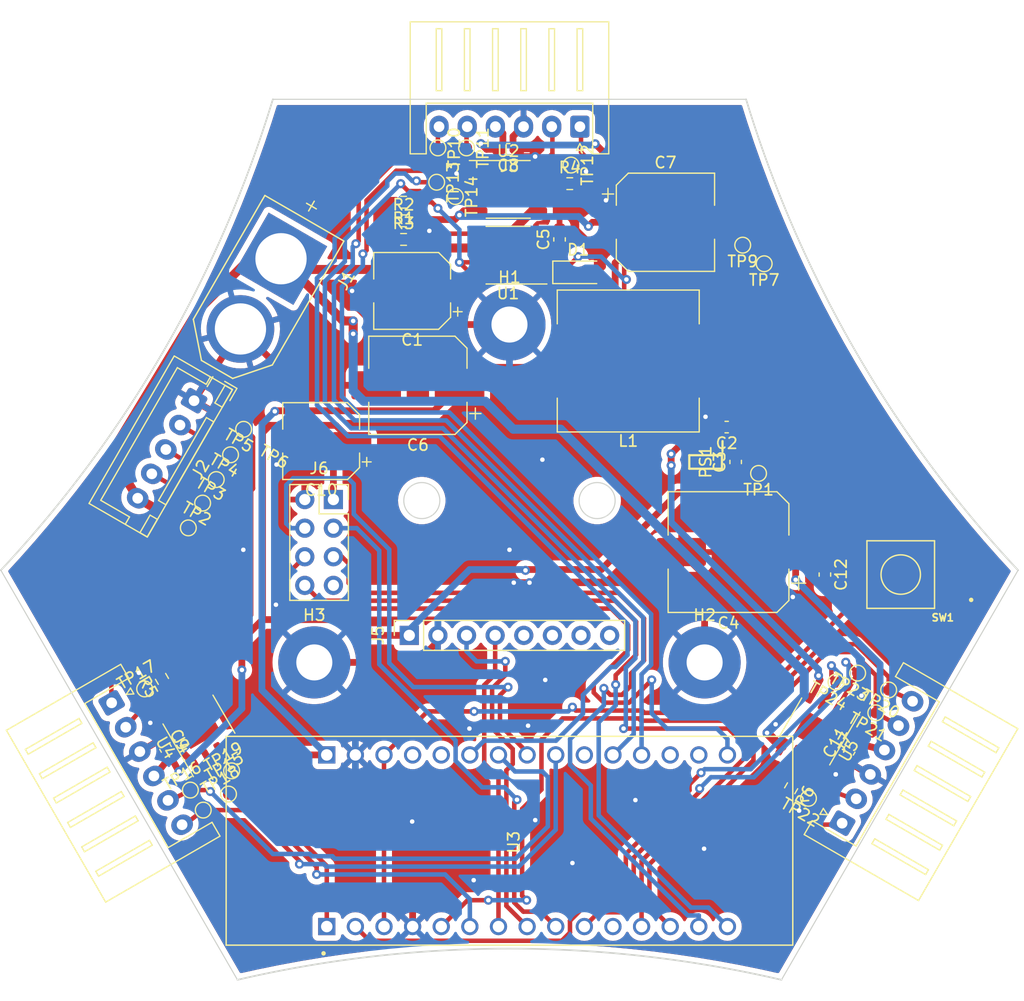
<source format=kicad_pcb>
(kicad_pcb (version 20211014) (generator pcbnew)
  (layers (0 "F.Cu" signal) (31 "B.Cu" signal) (34 "B.Paste" user) (35 "F.Paste" user) (36 "B.SilkS" user "B.Silkscreen") (37 "F.SilkS" user "F.Silkscreen") (38 "B.Mask" user) (39 "F.Mask" user) (44 "Edge.Cuts" user))
  (net 0 "")
  (net 1 "V_BAT")
  (net 2 "GND")
  (net 3 "+5V")
  (net 4 "+3.3V")
  (net 5 "Net-(C5-Pad1)")
  (net 6 "Net-(J3-Pad1)")
  (net 7 "NRST")
  (net 8 "Net-(D1-Pad1)")
  (net 9 "V_CELL_1_2")
  (net 10 "V_CELL_2_3")
  (net 11 "V_CELL_3_4")
  (net 12 "Net-(J3-Pad2)")
  (net 13 "Net-(U4-Pad6)")
  (net 14 "MotorA_EncA")
  (net 15 "MotorA_EncB")
  (net 16 "Net-(U4-Pad8)")
  (net 17 "Net-(J7-Pad1)")
  (net 18 "MotorB_EncA")
  (net 19 "MotorB_EncB")
  (net 20 "I2C_SCL")
  (net 21 "I2C_SDA")
  (net 26 "SPI_CE")
  (net 27 "SPI_CSN")
  (net 28 "SPI_CLK")
  (net 29 "SPI_MOSI")
  (net 30 "SPI_MISO")
  (net 32 "Net-(J7-Pad2)")
  (net 33 "MotorC_EncA")
  (net 34 "MotorC_EncB")
  (net 36 "Net-(R1-Pad1)")
  (net 37 "Net-(R2-Pad1)")
  (net 38 "Net-(R4-Pad1)")
  (net 39 "Net-(R5-Pad1)")
  (net 40 "Net-(R6-Pad1)")
  (net 41 "MotorA_IN2")
  (net 42 "MotorA_IN1")
  (net 43 "MotorB_IN2")
  (net 44 "MotorB_IN1")
  (net 45 "MotorC_IN2")
  (net 46 "MotorC_IN1")
  (footprint "Connector_JST:JST_XH_S6B-XH-A_1x06_P2.50mm_Horizontal" (layer "F.Cu") (at 91.694 115.189 -60)
    (fp_text reference "J4")
    (fp_text value "Conn_01x06")
  )
  (footprint "Capacitor_SMD:C_0603_1608Metric_Pad1.08x0.95mm_HandSolder" (layer "F.Cu") (at 147.0755 93.8022 90)
    (fp_text reference "C3")
    (fp_text value "1u")
  )
  (footprint "Capacitor_SMD:CP_Elec_8x10.5" (layer "F.Cu") (at 140.843 72.517)
    (fp_text reference "C7")
    (fp_text value "220u")
  )
  (footprint "Capacitor_SMD:C_0603_1608Metric_Pad1.08x0.95mm_HandSolder" (layer "F.Cu") (at 131.445 74.041 90)
    (fp_text reference "C5")
    (fp_text value "470p")
  )
  (footprint "TestPoint:TestPoint_Pad_D1.0mm" (layer "F.Cu") (at 160.655 114.046 150)
    (fp_text reference "TP20")
    (fp_text value "CEncB")
  )
  (footprint "Custom:SW_SMD_2-1437565-8_4_4.50_6.00_6.00_5.00" (layer "F.Cu") (at 161.7252 103.7992 180)
    (fp_text reference "SW1")
    (fp_text value "SW_Push")
  )
  (footprint "Package_SO:SOIC-8_3.9x4.9mm_P1.27mm" (layer "F.Cu") (at 126.873 75.438 180)
    (fp_text reference "U1")
    (fp_text value "MC34063AD")
  )
  (footprint "Resistor_SMD:R_0603_1608Metric_Pad0.98x0.95mm_HandSolder" (layer "F.Cu") (at 132.351 69.088)
    (fp_text reference "R4")
    (fp_text value "0.25")
  )
  (footprint "TestPoint:TestPoint_Pad_D1.0mm" (layer "F.Cu") (at 123.19 65.913 -90)
    (fp_text reference "TP11")
    (fp_text value "AEncA")
  )
  (footprint "TestPoint:TestPoint_Pad_D1.0mm" (layer "F.Cu") (at 132.461 67.437 -90)
    (fp_text reference "TP12")
    (fp_text value "RsA")
  )
  (footprint "TestPoint:TestPoint_Pad_D1.0mm" (layer "F.Cu") (at 99.822 124.714 30)
    (fp_text reference "TP15")
    (fp_text value "BEncB")
  )
  (footprint "Custom:AMASS_XT60-M" (layer "F.Cu") (at 104.924 78.873509 -120)
    (fp_text reference "J1")
    (fp_text value "XT60-M")
  )
  (footprint "Inductor_SMD:L_12x12mm_H6mm" (layer "F.Cu") (at 137.541 84.836 180)
    (fp_text reference "L1")
    (fp_text value "100u")
  )
  (footprint "TestPoint:TestPoint_Pad_D1.0mm" (layer "F.Cu") (at 94.62078 113.952135 30)
    (fp_text reference "TP17")
    (fp_text value "RsB")
  )
  (footprint "Capacitor_SMD:C_0603_1608Metric_Pad1.08x0.95mm_HandSolder" (layer "F.Cu") (at 154.9942 103.7992 -90)
    (fp_text reference "C12")
    (fp_text value "100n")
  )
  (footprint "Connector_JST:JST_XH_S6B-XH-A_1x06_P2.50mm_Horizontal" (layer "F.Cu") (at 133.25 64.029 180)
    (fp_text reference "J3")
    (fp_text value "Conn_01x06")
  )
  (footprint "TestPoint:TestPoint_Pad_D1.0mm" (layer "F.Cu") (at 157.902926 112.547238 150)
    (fp_text reference "TP23")
    (fp_text value "C2")
  )
  (footprint "Capacitor_SMD:C_0603_1608Metric_Pad1.08x0.95mm_HandSolder" (layer "F.Cu") (at 96.471398 119.1895 -60)
    (fp_text reference "C9")
    (fp_text value "100n")
  )
  (footprint "Resistor_SMD:R_0603_1608Metric_Pad0.98x0.95mm_HandSolder" (layer "F.Cu") (at 117.602 74.041)
    (fp_text reference "R3")
    (fp_text value "1.2k")
  )
  (footprint "MountingHole:MountingHole_3.2mm_M3_Pad" (layer "F.Cu") (at 109.67949 111.6)
    (fp_text reference "H3")
    (fp_text value "MountingHole_Pad")
  )
  (footprint "TestPoint:TestPoint_Pad_D1.0mm" (layer "F.Cu") (at 98.679 122.936 30)
    (fp_text reference "TP16")
    (fp_text value "BEncA")
  )
  (footprint "Capacitor_SMD:CP_Elec_10x10.5" (layer "F.Cu") (at 146.4405 101.8032 180)
    (fp_text reference "C4")
    (fp_text value "470u")
  )
  (footprint "Resistor_SMD:R_0603_1608Metric_Pad0.98x0.95mm_HandSolder" (layer "F.Cu") (at 151.997426 122.775864 -120)
    (fp_text reference "R6")
    (fp_text value "0.25")
  )
  (footprint "Capacitor_SMD:C_0603_1608Metric_Pad1.08x0.95mm_HandSolder" (layer "F.Cu") (at 146.2786 90.7034 180)
    (fp_text reference "C2")
    (fp_text value "1u")
  )
  (footprint "TestPoint:TestPoint_Pad_D1.0mm" (layer "F.Cu") (at 120.54 68.961 -90)
    (fp_text reference "TP13")
    (fp_text value "A2")
  )
  (footprint "Capacitor_SMD:C_0603_1608Metric_Pad1.08x0.95mm_HandSolder" (layer "F.Cu") (at 126.89 66.04 180)
    (fp_text reference "C8")
    (fp_text value "100n")
  )
  (footprint "TestPoint:TestPoint_Pad_D1.0mm" (layer "F.Cu") (at 149.606 76.2 180)
    (fp_text reference "TP7")
    (fp_text value "BUCK_OUT")
  )
  (footprint "Custom:MODULE_NUCLEO-G431KB" (layer "F.Cu") (at 127 127.4345 90)
    (fp_text reference "U3")
    (fp_text value "NUCLEO-G431KB")
  )
  (footprint "TestPoint:TestPoint_Pad_D1.0mm" (layer "F.Cu") (at 122.191 70.231 -90)
    (fp_text reference "TP14")
    (fp_text value "A1")
  )
  (footprint "Connector_PinSocket_2.54mm:PinSocket_2x04_P2.54mm_Vertical" (layer "F.Cu") (at 111.3736 97.1396)
    (fp_text reference "J6")
    (fp_text value "Conn_02x04_Odd_Even")
  )
  (footprint "TestPoint:TestPoint_Pad_D1.0mm" (layer "F.Cu") (at 159.512 116.078 150)
    (fp_text reference "TP21")
    (fp_text value "CEncA")
  )
  (footprint "MountingHole:MountingHole_3.2mm_M3_Pad" (layer "F.Cu") (at 144.32051 111.6)
    (fp_text reference "H2")
    (fp_text value "MountingHole_Pad")
  )
  (footprint "TestPoint:TestPoint_Pad_D1.0mm" (layer "F.Cu") (at 100.975439 95.364618 -30)
    (fp_text reference "TP4")
    (fp_text value "V_CELL_2_3")
  )
  (footprint "Resistor_SMD:R_0603_1608Metric_Pad0.98x0.95mm_HandSolder" (layer "F.Cu") (at 117.602 72.39)
    (fp_text reference "R2")
    (fp_text value "3.6k")
  )
  (footprint "TestPoint:TestPoint_Pad_D1.0mm" (layer "F.Cu") (at 103.405454 90.901709 -30)
    (fp_text reference "TP6")
    (fp_text value "GND_BAT")
  )
  (footprint "TestPoint:TestPoint_Pad_D1.0mm" (layer "F.Cu") (at 149.1075 94.8182 180)
    (fp_text reference "TP1")
    (fp_text value "+3.3V")
  )
  (footprint "Connector_JST:JST_XH_S6B-XH-A_1x06_P2.50mm_Horizontal" (layer "F.Cu") (at 156.524 125.875191 60)
    (fp_text reference "J7")
    (fp_text value "Conn_01x06")
  )
  (footprint "TestPoint:TestPoint_Pad_D1.0mm" (layer "F.Cu") (at 102.066073 123.291761 30)
    (fp_text reference "TP18")
    (fp_text value "B2")
  )
  (footprint "MountingHole:MountingHole_3.2mm_M3_Pad" (layer "F.Cu") (at 127 81.6)
    (fp_text reference "H1")
    (fp_text value "MountingHole_Pad")
  )
  (footprint "Package_SO:HSOP-8-1EP_3.9x4.9mm_P1.27mm_EP2.41x3.1mm" (layer "F.Cu") (at 154.178 117.729 -120)
    (fp_text reference "U5")
    (fp_text value "TB67H451FNG,EL")
  )
  (footprint "Package_SO:HSOP-8-1EP_3.9x4.9mm_P1.27mm_EP2.41x3.1mm" (layer "F.Cu") (at 126.89 69.596)
    (fp_text reference "U2")
    (fp_text value "TB67H451FNG,EL")
  )
  (footprint "TestPoint:TestPoint_Pad_D1.0mm" (layer "F.Cu") (at 98.498939 99.654042 -30)
    (fp_text reference "TP2")
    (fp_text value "V_BAT")
  )
  (footprint "Package_SO:HSOP-8-1EP_3.9x4.9mm_P1.27mm_EP2.41x3.1mm" (layer "F.Cu") (at 99.441 117.475 120)
    (fp_text reference "U4")
    (fp_text value "TB67H451FNG,EL")
  )
  (footprint "TestPoint:TestPoint_Pad_D1.0mm" (layer "F.Cu") (at 155.977573 113.342046 150)
    (fp_text reference "TP24")
    (fp_text value "C1")
  )
  (footprint "Connector_JST:JST_XH_B5B-XH-A_1x05_P2.50mm_Vertical" (layer "F.Cu") (at 99.006044 88.361709 -120)
    (fp_text reference "J2")
    (fp_text value "Conn_01x05_Male")
  )
  (footprint "Diode_SMD:D_SOD-123" (layer "F.Cu") (at 133.096 76.962)
    (fp_text reference "D1")
    (fp_text value "STPS0520Z")
  )
  (footprint "Capacitor_SMD:CP_Elec_8x10.5" (layer "F.Cu") (at 118.872 86.995 180)
    (fp_text reference "C6")
    (fp_text value "220u")
  )
  (footprint "TestPoint:TestPoint_Pad_D1.0mm" (layer "F.Cu") (at 147.701 74.549 180)
    (fp_text reference "TP9")
    (fp_text value "+5V")
  )
  (footprint "TestPoint:TestPoint_Pad_D1.0mm" (layer "F.Cu") (at 102.340426 121.226953 30)
    (fp_text reference "TP19")
    (fp_text value "B1")
  )
  (footprint "Capacitor_SMD:CP_Elec_6.3x7.7" (layer "F.Cu") (at 110.2868 91.948 180)
    (fp_text reference "C10")
    (fp_text value "100u")
  )
  (footprint "Capacitor_SMD:C_0603_1608Metric_Pad1.08x0.95mm_HandSolder" (layer "F.Cu") (at 157.147601 119.4435 60)
    (fp_text reference "C11")
    (fp_text value "100n")
  )
  (footprint "Resistor_SMD:R_0603_1608Metric_Pad0.98x0.95mm_HandSolder" (layer "F.Cu") (at 96.160573 113.063135 120)
    (fp_text reference "R5")
    (fp_text value "0.25")
  )
  (footprint "TestPoint:TestPoint_Pad_D1.0mm" (layer "F.Cu") (at 102.245439 93.164914 -30)
    (fp_text reference "TP5")
    (fp_text value "V_CELL_1_2")
  )
  (footprint "Custom:SOT95P280X125-5N" (layer "F.Cu") (at 144.4085 93.8022 -90)
    (fp_text reference "PS1")
    (fp_text value "BU33SD5WG-TR")
  )
  (footprint "Capacitor_SMD:CP_Elec_6.3x7.7" (layer "F.Cu") (at 118.364 78.613 180)
    (fp_text reference "C1")
    (fp_text value "100u")
  )
  (footprint "Resistor_SMD:R_0603_1608Metric_Pad0.98x0.95mm_HandSolder" (layer "F.Cu") (at 117.602 70.739 180)
    (fp_text reference "R1")
    (fp_text value "0.3")
  )
  (footprint "TestPoint:TestPoint_Pad_D1.0mm" (layer "F.Cu") (at 120.65 65.913 -90)
    (fp_text reference "TP10")
    (fp_text value "AEncB")
  )
  (footprint "TestPoint:TestPoint_Pad_D1.0mm" (layer "F.Cu") (at 99.768939 97.454337 -30)
    (fp_text reference "TP3")
    (fp_text value "V_CELL_3_4")
  )
  (footprint "TestPoint:TestPoint_Pad_D1.0mm" (layer "F.Cu") (at 153.537219 123.664864 150)
    (fp_text reference "TP22")
    (fp_text value "RsC")
  )
  (footprint "Connector_PinSocket_2.54mm:PinSocket_1x08_P2.54mm_Vertical" (layer "F.Cu") (at 118.11 109.2 90)
    (fp_text reference "J5")
    (fp_text value "Conn_01x08_Female")
  )
  (gr_line (start 151.141 139.7865) (end 172.141 103.4134) (layer "Edge.Cuts") (width 0.1))
  (gr_line (start 106 61.6) (end 148 61.6) (layer "Edge.Cuts") (width 0.1))
  (gr_circle (center 134.78 97.23) (end 136.38 97.23) (layer "Edge.Cuts") (width 0.1) (fill none))
  (gr_arc (start 172.141 103.4134) (mid 157.669999 83.892631) (end 148 61.6) (layer "Edge.Cuts") (width 0.15))
  (gr_arc (start 106 61.6) (mid 96.330001 83.892631) (end 81.859 103.4134) (layer "Edge.Cuts") (width 0.15))
  (gr_line (start 102.859 139.7865) (end 81.859 103.4134) (layer "Edge.Cuts") (width 0.1))
  (gr_circle (center 119.22 97.23) (end 120.82 97.23) (layer "Edge.Cuts") (width 0.1) (fill none))
  (gr_arc (start 102.85905 139.786553) (mid 127.000032 137.014683) (end 151.141017 139.786534) (layer "Edge.Cuts") (width 0.15))
  (segment (start 103.949182 75.755818) (end 106.724 75.755818) (width 0.8) (layer "F.Cu") (net 1))
  (segment (start 98.12399 100.02899) (end 98.498939 99.654042) (width 0.8) (layer "F.Cu") (net 1))
  (segment (start 113.13 82.423) (end 113.13 81.2805) (width 0.8) (layer "F.Cu") (net 1))
  (segment (start 94.006044 97.021963) (end 92.075 93.853) (width 0.8) (layer "F.Cu") (net 1))
  (segment (start 124.398 74.803) (end 125.73 74.803) (width 0.8) (layer "F.Cu") (net 1))
  (segment (start 119.146007 76.708) (end 119.126 76.708) (width 0.8) (layer "F.Cu") (net 1))
  (segment (start 92.075 92.329) (end 99.314 80.391) (width 0.8) (layer "F.Cu") (net 1))
  (segment (start 119.126 76.708) (end 115.189 76.708) (width 0.8) (layer "F.Cu") (net 1))
  (segment (start 106.724 75.755818) (end 112.248182 81.28) (width 0.8) (layer "F.Cu") (net 1))
  (segment (start 99.765778 114.227533) (end 97.917 111.125) (width 0.8) (layer "F.Cu") (net 1))
  (segment (start 121.051007 74.803) (end 119.146007 76.708) (width 0.8) (layer "F.Cu") (net 1))
  (segment (start 97.917 111.125) (end 97.917 100.23598) (width 0.8) (layer "F.Cu") (net 1))
  (segment (start 97.917 100.23598) (end 98.12399 100.02899) (width 0.8) (layer "F.Cu") (net 1))
  (segment (start 115.316 71.808753) (end 115.316 76.581) (width 0.8) (layer "F.Cu") (net 1))
  (segment (start 151.075467 119.071467) (end 149.86 117.856) (width 0.8) (layer "F.Cu") (net 1))
  (segment (start 115.316 76.581) (end 115.189 76.708) (width 0.8) (layer "F.Cu") (net 1))
  (segment (start 99.314 80.391) (end 103.949182 75.755818) (width 0.8) (layer "F.Cu") (net 1))
  (segment (start 113.13 81.2805) (end 113.1295 81.28) (width 0.8) (layer "F.Cu") (net 1))
  (segment (start 125.73 74.803) (end 129.032 71.501) (width 0.8) (layer "F.Cu") (net 1))
  (segment (start 121.064 78.613) (end 121.031 78.613) (width 0.8) (layer "F.Cu") (net 1))
  (segment (start 124.398 74.803) (end 121.051007 74.803) (width 0.8) (layer "F.Cu") (net 1))
  (segment (start 116.385753 70.739) (end 115.316 71.808753) (width 0.8) (layer "F.Cu") (net 1))
  (segment (start 121.031 78.613) (end 119.126 76.708) (width 0.8) (layer "F.Cu") (net 1))
  (segment (start 112.248182 81.28) (end 113.1295 81.28) (width 0.8) (layer "F.Cu") (net 1))
  (segment (start 129.032 71.501) (end 129.54 71.501) (width 0.8) (layer "F.Cu") (net 1))
  (segment (start 94.006044 97.021963) (end 98.498939 99.654042) (width 0.8) (layer "F.Cu") (net 1))
  (segment (start 92.075 93.853) (end 92.075 92.329) (width 0.8) (layer "F.Cu") (net 1))
  (segment (start 151.203222 119.071467) (end 151.075467 119.071467) (width 0.8) (layer "F.Cu") (net 1))
  (segment (start 116.6895 70.739) (end 116.385753 70.739) (width 0.8) (layer "F.Cu") (net 1))
  (segment (start 115.189 76.708) (end 107.676182 76.708) (width 0.8) (layer "F.Cu") (net 1))
  (segment (start 107.676182 76.708) (end 106.724 75.755818) (width 0.8) (layer "F.Cu") (net 1))
  (via (at 150.622 117.094) (size 0.8) (drill 0.4) (layers "F.Cu" "B.Cu") (net 1))
  (via (at 149.86 117.856) (size 0.8) (drill 0.4) (layers "F.Cu" "B.Cu") (net 1))
  (via (at 113.13 82.423) (size 0.8) (drill 0.4) (layers "F.Cu" "B.Cu") (net 1))
  (via (at 113.1295 81.28) (size 0.8) (drill 0.4) (layers "F.Cu" "B.Cu") (net 1))
  (segment (start 150.622 117.094) (end 153.162 114.554) (width 0.8) (layer "B.Cu") (net 1))
  (segment (start 124.857 88.408) (end 114.062 88.408) (width 0.8) (layer "B.Cu") (net 1))
  (segment (start 114.062 88.408) (end 113.13 87.476) (width 0.8) (layer "B.Cu") (net 1))
  (segment (start 127.338 90.889) (end 124.857 88.408) (width 0.8) (layer "B.Cu") (net 1))
  (segment (start 149.86 117.856) (end 150.622 117.094) (width 0.8) (layer "B.Cu") (net 1))
  (segment (start 113.13 87.476) (end 113.13 82.423) (width 0.8) (layer "B.Cu") (net 1))
  (segment (start 131.529 90.889) (end 127.338 90.889) (width 0.8) (layer "B.Cu") (net 1))
  (segment (start 153.162 112.522) (end 131.529 90.889) (width 0.8) (layer "B.Cu") (net 1))
  (segment (start 153.162 114.554) (end 153.162 112.522) (width 0.8) (layer "B.Cu") (net 1))
  (segment (start 166.2752 101.5492) (end 157.1752 101.5492) (width 0.6) (layer "F.Cu") (net 2))
  (segment (start 142.24 72.517) (end 144.543 72.517) (width 0.6) (layer "F.Cu") (net 2))
  (segment (start 129.276707 66.682207) (end 127.886707 66.682207) (width 0.6) (layer "F.Cu") (net 2))
  (segment (start 156.716351 120.778649) (end 155.956 121.539) (width 0.6) (layer "F.Cu") (net 2))
  (segment (start 144.8562 90.7034) (end 145.4161 90.7034) (width 0.6) (layer "F.Cu") (net 2))
  (segment (start 144.4085 91.1511) (end 144.8562 90.7034) (width 0.6) (layer "F.Cu") (net 2))
  (segment (start 120.65 109.703) (end 120.65 109.728) (width 0.6) (layer "F.Cu") (net 2))
  (segment (start 148.2786 91.7366) (end 148.2786 90.118996) (width 0.6) (layer "F.Cu") (net 2))
  (segment (start 132.890418 73.1785) (end 131.445 73.1785) (width 0.6) (layer "F.Cu") (net 2))
  (segment (start 128.778 104.521) (end 139.5227 104.521) (width 0.6) (layer "F.Cu") (net 2))
  (segment (start 132.890418 72.214582) (end 134.438 70.667) (width 0.6) (layer "F.Cu") (net 2))
  (segment (start 135.255 75.543082) (end 132.890418 73.1785) (width 0.6) (layer "F.Cu") (net 2))
  (segment (start 144.399 91.1416) (end 144.4085 91.1511) (width 0.6) (layer "F.Cu") (net 2))
  (segment (start 111.379 109.90049) (end 109.67949 111.6) (width 0.6) (layer "F.Cu") (net 2))
  (segment (start 103.378 101.6) (end 103.378 96.901) (width 0.6) (layer "F.Cu") (net 2))
  (segment (start 115.172 86.995) (end 108.1278 86.995) (width 0.6) (layer "F.Cu") (net 2))
  (segment (start 115.172 81.766866) (end 115.172 86.995) (width 0.6) (layer "F.Cu") (net 2))
  (segment (start 152.73249 105.71251) (end 144.32051 105.71251) (width 0.6) (layer "F.Cu") (net 2))
  (segment (start 124.24 67.691) (end 122.7985 67.691) (width 0.6) (layer "F.Cu") (net 2))
  (segment (start 158.9786 121.605105) (end 156.716351 120.190447) (width 0.6) (layer "F.Cu") (net 2))
  (segment (start 129.348 73.533) (end 129.921 73.533) (width 0.6) (layer "F.Cu") (net 2))
  (segment (start 147.0755 92.9397) (end 148.2786 91.7366) (width 0.6) (layer "F.Cu") (net 2))
  (segment (start 108.1278 86.995) (end 103.124 81.9912) (width 0.6) (layer "F.Cu") (net 2))
  (segment (start 151.541176 123.597395) (end 152.70713 124.763349) (width 0.6) (layer "F.Cu") (net 2))
  (segment (start 120.567 81.6) (end 127 81.6) (width 0.6) (layer "F.Cu") (net 2))
  (segment (start 133.2635 69.088) (end 133.2635 68.5395) (width 0.6) (layer "F.Cu") (net 2))
  (segment (start 103.378 96.901) (end 104.14 96.139) (width 0.6) (layer "F.Cu") (net 2))
  (segment (start 118.5145 74.041) (end 119.126 74.041) (width 0.6) (layer "F.Cu") (net 2))
  (segment (start 127.886707 66.682207) (end 127.3158 66.1113) (width 0.6) (layer "F.Cu") (net 2))
  (segment (start 119.126 74.041) (end 119.888 73.279) (width 0.6) (layer "F.Cu") (net 2))
  (segment (start 147.694604 89.535) (end 145.796 89.535) (width 0.6) (layer "F.Cu") (net 2))
  (segment (start 154.6193 102.9367) (end 153.543 104.013) (width 0.6) (layer "F.Cu") (net 2))
  (segment (start 118.778 111.6) (end 109.67949 111.6) (width 0.6) (layer "F.Cu") (net 2))
  (segment (start 139.5227 104.521) (end 142.2405 101.8032) (width 0.6) (layer "F.Cu") (net 2))
  (segment (start 94.107 112.522) (end 95.45521 112.522) (width 0.6) (layer "F.Cu") (net 2))
  (segment (start 129.921 73.533) (end 130.2755 73.1785) (width 0.6) (layer "F.Cu") (net 2))
  (segment (start 128.778 104.521) (end 127.381 104.521) (width 0.6) (layer "F.Cu") (net 2))
  (segment (start 154.9942 102.9367) (end 155.7877 102.9367) (width 0.6) (layer "F.Cu") (net 2))
  (segment (start 103.124 81.9912) (end 103.124 84.243753) (width 0.6) (layer "F.Cu") (net 2))
  (segment (start 98.044 119.634) (end 97.409 118.618) (width 0.6) (layer "F.Cu") (net 2))
  (segment (start 140.39 70.667) (end 142.24 72.517) (width 0.6) (layer "F.Cu") (net 2))
  (segment (start 122.7985 67.691) (end 122.301 68.1885) (width 0.6) (layer "F.Cu") (net 2))
  (segment (start 134.746 76.962) (end 135.255 76.453) (width 0.6) (layer "F.Cu") (net 2))
  (segment (start 99.006044 88.361709) (end 103.124 81.9912) (width 0.6) (layer "F.Cu") (net 2))
  (segment (start 113.585134 80.18) (end 115.172 81.766866) (width 0.6) (layer "F.Cu") (net 2))
  (segment (start 142.2405 101.8032) (end 144.32051 103.88321) (width 0.6) (layer "F.Cu") (net 2))
  (segment (start 96.040148 117.884148) (end 95.123 116.967) (width 0.6) (layer "F.Cu") (net 2))
  (segment (start 115.172 86.995) (end 120.567 81.6) (width 0.6) (layer "F.Cu") (net 2))
  (segment (start 144.32051 105.71251) (end 144.32051 111.6) (width 0.6) (layer "F.Cu") (net 2))
  (segment (start 145.796 89.535) (end 145.4161 89.9149) (width 0.6) (layer "F.Cu") (net 2))
  (segment (start 113.03 79.629) (end 113.581 80.18) (width 0.6) (layer "F.Cu") (net 2))
  (segment (start 128.27 63.938) (end 128.27 63.1698) (width 0.6) (layer "F.Cu") (net 2))
  (segment (start 144.32051 103.88321) (end 144.32051 105.71251) (width 0.6) (layer "F.Cu") (net 2))
  (segment (start 130.2755 73.1785) (end 131.445 73.1785) (width 0.6) (layer "F.Cu") (net 2))
  (segment (start 96.040148 118.442553) (end 96.040148 117.884148) (width 0.6) (layer "F.Cu") (net 2))
  (segment (start 115.664 78.613) (end 113.03 78.613) (width 0.6) (layer "F.Cu") (net 2))
  (segment (start 132.890418 73.1785) (end 132.890418 72.214582) (width 0.6) (layer "F.Cu") (net 2))
  (segment (start 135.255 76.453) (end 135.255 75.543082) (width 0.6) (layer "F.Cu") (net 2))
  (segment (start 153.543 104.902) (end 152.73249 105.71251) (width 0.6) (layer "F.Cu") (net 2))
  (segment (start 103.405454 90.901709) (end 99.006044 88.361709) (width 0.6) (layer "F.Cu") (net 2))
  (segment (start 156.716351 120.190447) (end 156.716351 120.778649) (width 0.6) (layer "F.Cu") (net 2))
  (segment (start 99.116222 120.722467) (end 98.044 119.634) (width 0.6) (layer "F.Cu") (net 2))
  (segment (start 154.9942 102.9367) (end 154.6193 102.9367) (width 0.6) (layer "F.Cu") (net 2))
  (segment (start 144.4085 92.4022) (end 144.4085 91.1511) (width 0.6) (layer "F.Cu") (net 2))
  (segment (start 153.543 104.013) (end 153.543 104.902) (width 0.6) (layer "F.Cu") (net 2))
  (segment (start 133.2635 68.5395) (end 133.793457 68.009543) (width 0.6) (layer "F.Cu") (net 2))
  (segment (start 148.2786 90.118996) (end 147.694604 89.535) (width 0.6) (layer "F.Cu") (net 2))
  (segment (start 144.399 89.789) (end 144.399 91.1416) (width 0.6) (layer "F.Cu") (net 2))
  (segment (start 96.040148 118.442553) (end 94.2086 119.537286) (width 0.6) (layer "F.Cu") (net 2))
  (segment (start 151.541176 123.566112) (end 151.541176 123.597395) (width 0.6) (layer "F.Cu") (net 2))
  (segment (start 118.405 135.0545) (end 118.405 125.771) (width 0.6) (layer "F.Cu") (net 2))
  (segment (start 155.7877 102.9367) (end 157.1752 101.5492) (width 0.6) (layer "F.Cu") (net 2))
  (segment (start 127.3158 64.8922) (end 128.27 63.938) (width 0.6) (layer "F.Cu") (net 2))
  (segment (start 127.3158 66.1113) (end 127.3158 64.8922) (width 0.6) (layer "F.Cu") (net 2))
  (segment (start 157.152778 116.386533) (end 158.242 114.554) (width 0.6) (layer "F.Cu") (net 2))
  (segment (start 97.409 118.618) (end 96.040148 118.442553) (width 0.6) (layer "F.Cu") (net 2))
  (segment (start 104.14 96.139) (end 104.14 91.636255) (width 0.6) (layer "F.Cu") (net 2))
  (segment (start 113.03 78.613) (end 113.03 79.629) (width 0.6) (layer "F.Cu") (net 2))
  (segment (start 108.8336 93.1948) (end 107.5868 91.948) (width 0.6) (layer "F.Cu") (net 2))
  (segment (start 108.8336 97.1396) (end 108.8336 93.1948) (width 0.6) (layer "F.Cu") (net 2))
  (segment (start 113.581 80.18) (end 113.585134 80.18) (width 0.6) (layer "F.Cu") (net 2))
  (segment (start 134.438 70.667) (end 140.39 70.667) (width 0.6) (layer "F.Cu") (net 2))
  (segment (start 118.405 125.771) (end 118.364 125.73) (width 0.6) (layer "F.Cu") (net 2))
  (segment (start 104.14 91.636255) (end 103.405454 90.901709) (width 0.6) (layer "F.Cu") (net 2))
  (segment (start 95.45521 112.522) (end 95.704323 112.272887) (width 0.6) (layer "F.Cu") (net 2))
  (segment (start 145.4161 89.9149) (end 145.4161 90.7034) (width 0.6) (layer "F.Cu") (net 2))
  (segment (start 120.65 109.728) (end 118.778 111.6) (width 0.6) (layer "F.Cu") (net 2))
  (via (at 130.175 113.157) (size 0.8) (drill 0.4) (layers "F.Cu" "B.Cu") (net 2))
  (via (at 127.381 104.521) (size 0.8) (drill 0.4) (layers "F.Cu" "B.Cu") (net 2))
  (via (at 127 101.6) (size 0.8) (drill 0.4) (layers "F.Cu" "B.Cu") (net 2))
  (via (at 138.176 123.825) (size 0.8) (drill 0.4) (layers "F.Cu" "B.Cu") (net 2))
  (via (at 158.242 114.554) (size 0.8) (drill 0.4) (layers "F.Cu" "B.Cu") (net 2))
  (via (at 144.399 89.789) (size 0.8) (drill 0.4) (layers "F.Cu" "B.Cu") (net 2))
  (via (at 135.564 70.5675) (size 0.8) (drill 0.4) (layers "F.Cu" "B.Cu") (net 2))
  (via (at 128.778 104.521) (size 0.8) (drill 0.4) (layers "F.Cu" "B.Cu") (net 2))
  (via (at 155.956 121.539) (size 0.8) (drill 0.4) (layers "F.Cu" "B.Cu") (net 2))
  (via (at 129.921 93.599) (size 0.8) (drill 0.4) (layers "F.Cu" "B.Cu") (net 2))
  (via (at 122.301 68.1885) (size 0.8) (drill 0.4) (layers "F.Cu" "B.Cu") (net 2))
  (via (at 152.146 105.791) (size 0.8) (drill 0.4) (layers "F.Cu" "B.Cu") (net 2))
  (via (at 129.286 125.603) (size 0.8) (drill 0.4) (layers "F.Cu" "B.Cu") (net 2))
  (via (at 106.2736 106.4768) (size 0.8) (drill 0.4) (layers "F.Cu" "B.Cu") (net 2))
  (via (at 132.588 129.413) (size 0.8) (drill 0.4) (layers "F.Cu" "B.Cu") (net 2))
  (via (at 129.276707 66.682207) (size 0.8) (drill 0.4) (layers "F.Cu" "B.Cu") (net 2))
  (via (at 123.444 117.475) (size 0.8) (drill 0.4) (layers "F.Cu" "B.Cu") (net 2))
  (via (at 118.364 125.73) (size 0.8) (drill 0.4) (layers "F.Cu" "B.Cu") (net 2))
  (via (at 155.956 121.539) (size 0.8) (drill 0.4) (layers "F.Cu" "B.Cu") (net 2))
  (via (at 94.107 112.522) (size 0.8) (drill 0.4) (layers "F.Cu" "B.Cu") (net 2))
  (via (at 144.272 128.143) (size 0.8) (drill 0.4) (layers "F.Cu" "B.Cu") (net 2))
  (via (at 152.70713 124.763349) (size 0.8) (drill 0.4) (layers "F.Cu" "B.Cu") (net 2))
  (via (at 133.793457 68.009543) (size 0.8) (drill 0.4) (layers "F.Cu" "B.Cu") (net 2))
  (via (at 103.378 101.6) (size 0.8) (drill 0.4) (layers "F.Cu" "B.Cu") (net 2))
  (via (at 95.123 116.967) (size 0.8) (drill 0.4) (layers "F.Cu" "B.Cu") (net 2))
  (via (at 106.3244 94.0308) (size 0.8) (drill 0.4) (layers "F.Cu" "B.Cu") (net 2))
  (via (at 123.825 130.937) (size 0.8) (drill 0.4) (layers "F.Cu" "B.Cu") (net 2))
  (via (at 113.03 78.613) (size 0.8) (drill 0.4) (layers "F.Cu" "B.Cu") (net 2))
  (via (at 119.888 73.279) (size 0.8) (drill 0.4) (layers "F.Cu" "B.Cu") (net 2))
  (via (at 128.651 117.221) (size 0.8) (drill 0.4) (layers "F.Cu" "B.Cu") (net 2))
  (segment (start 129.276707 66.682207) (end 130.604043 68.009543) (width 0.6) (layer "B.Cu") (net 2))
  (segment (start 129.276707 66.682207) (end 127.759914 68.199) (width 0.6) (layer "B.Cu") (net 2))
  (segment (start 103.378 103.251) (end 103.378 101.6) (width 0.6) (layer "B.Cu") (net 2))
  (segment (start 123.825 104.521) (end 120.65 107.696) (width 0.6) (layer "B.Cu") (net 2))
  (segment (start 127 81.6) (end 127 88.9) (width 0.6) (layer "B.Cu") (net 2))
  (segment (start 95.123 116.967) (end 95.123 113.538) (width 0.6) (layer "B.Cu") (net 2))
  (segment (start 133.793457 68.009543) (end 134.303543 68.009543) (width 0.6) (layer "B.Cu") (net 2))
  (segment (start 113.325 124.374) (end 113.325 119.8145) (width 0.6) (layer "B.Cu") (net 2))
  (segment (start 157.353 120.142) (end 155.956 121.539) (width 0.6) (layer "B.Cu") (net 2))
  (segment (start 158.242 111.381792) (end 152.651208 105.791) (width 0.6) (layer "B.Cu") (net 2))
  (segment (start 152.70713 124.78787) (end 152.70713 124.763349) (width 0.6) (layer "B.Cu") (net 2))
  (segment (start 119.253 72.644) (end 119.888 73.279) (width 0.6) (layer "B.Cu") (net 2))
  (segment (start 135.564 69.27) (end 135.564 70.5675) (width 0.6) (layer "B.Cu") (net 2))
  (segment (start 152.651208 105.791) (end 152.146 105.791) (width 0.6) (layer "B.Cu") (net 2))
  (segment (start 155.956 121.539) (end 152.70713 124.78787) (width 0.6) (layer "B.Cu") (net 2))
  (segment (start 134.303543 68.009543) (end 135.564 69.27) (width 0.6) (layer "B.Cu") (net 2))
  (segment (start 127 88.9) (end 127.889 89.789) (width 0.6) (layer "B.Cu") (net 2))
  (segment (start 119.253 70.485) (end 119.253 72.644) (width 0.6) (layer "B.Cu") (net 2))
  (segment (start 127.889 89.789) (end 144.399 89.789) (width 0.6) (layer "B.Cu") (net 2))
  (segment (start 121.539 68.199) (end 119.253 70.485) (width 0.6) (layer "B.Cu") (net 2))
  (segment (start 114.681 125.73) (end 113.325 124.374) (width 0.6) (layer "B.Cu") (net 2))
  (segment (start 127.381 104.521) (end 123.825 104.521) (width 0.6) (layer "B.Cu") (net 2))
  (segment (start 158.242 114.554) (end 158.242 116.84) (width 0.6) (layer "B.Cu") (net 2))
  (segment (start 158.242 114.554) (end 158.242 111.381792) (width 0.6) (layer "B.Cu") (net 2))
  (segment (start 127.759914 68.199) (end 121.539 68.199) (width 0.6) (layer "B.Cu") (net 2))
  (segment (start 113.325 115.24551) (end 109.67949 111.6) (width 0.6) (layer "B.Cu") (net 2))
  (segment (start 94.107 112.522) (end 103.378 103.251) (width 0.6) (layer "B.Cu") (net 2))
  (segment (start 130.604043 68.009543) (end 133.793457 68.009543) (width 0.6) (layer "B.Cu") (net 2))
  (segment (start 120.65 107.696) (end 120.65 109.703) (width 0.6) (layer "B.Cu") (net 2))
  (segment (start 95.123 113.538) (end 94.107 112.522) (width 0.6) (layer "B.Cu") (net 2))
  (segment (start 158.242 116.84) (end 157.353 117.729) (width 0.6) (layer "B.Cu") (net 2))
  (segment (start 113.325 119.8145) (end 113.325 115.24551) (width 0.6) (layer "B.Cu") (net 2))
  (segment (start 113.03 78.613) (end 114.554 78.613) (width 0.6) (layer "B.Cu") (net 2))
  (segment (start 157.353 117.729) (end 157.353 120.142) (width 0.6) (layer "B.Cu") (net 2))
  (segment (start 109.67949 111.6) (end 108.839 110.75951) (width 0.6) (layer "B.Cu") (net 2))
  (segment (start 118.364 125.73) (end 114.681 125.73) (width 0.6) (layer "B.Cu") (net 2))
  (segment (start 114.554 78.613) (end 119.888 73.279) (width 0.6) (layer "B.Cu") (net 2))
  (segment (start 124.167 85.4) (end 127.183 85.4) (width 0.6) (layer "F.Cu") (net 3))
  (segment (start 134.004213 72.878787) (end 134.366 72.517) (width 0.6) (layer "F.Cu") (net 3))
  (segment (start 102.416533 118.817467) (end 102.489 118.745) (width 0.6) (layer "F.Cu") (net 3))
  (segment (start 129.54 84.836) (end 128.976 85.4) (width 0.6) (layer "F.Cu") (net 3))
  (segment (start 122.936 71.501) (end 122.555 71.882) (width 0.6) (layer "F.Cu") (net 3))
  (segment (start 106.172 89.3064) (end 106.2228 89.2556) (width 0.6) (layer "F.Cu") (net 3))
  (segment (start 137.016 75.487629) (end 137.103629 75.4) (width 0.6) (layer "F.Cu") (net 3))
  (segment (start 134.366 72.517) (end 137.143 72.517) (width 0.6) (layer "F.Cu") (net 3))
  (segment (start 122.555 71.882) (end 122.158 72.279) (width 0.6) (layer "F.Cu") (net 3))
  (segment (start 103.124 120.015) (end 103.505 120.396) (width 0.6) (layer "F.Cu") (net 3))
  (segment (start 136.144 84.836) (end 132.591 84.836) (width 0.6) (layer "F.Cu") (net 3))
  (segment (start 143.4585 91.7695) (end 143.1925 91.5035) (width 0.6) (layer "F.Cu") (net 3))
  (segment (start 146.7104 91.7956) (end 147.1411 91.3649) (width 0.6) (layer "F.Cu") (net 3))
  (segment (start 145.3585 92.4022) (end 145.3585 92.0807) (width 0.6) (layer "F.Cu") (net 3))
  (segment (start 122.572 86.995) (end 124.167 85.4) (width 0.6) (layer "F.Cu") (net 3))
  (segment (start 120.3114 89.2556) (end 122.572 86.995) (width 0.6) (layer "F.Cu") (net 3))
  (segment (start 143.1925 91.5035) (end 136.525 84.836) (width 0.6) (layer "F.Cu") (net 3))
  (segment (start 122.158 72.279) (end 118.6255 72.279) (width 0.6) (layer "F.Cu") (net 3))
  (segment (start 102.415778 118.817467) (end 102.416533 118.817467) (width 0.6) (layer "F.Cu") (net 3))
  (segment (start 102.415778 118.817467) (end 103.124 120.015) (width 0.6) (layer "F.Cu") (net 3))
  (segment (start 145.3585 92.0807) (end 145.6436 91.7956) (width 0.6) (layer "F.Cu") (net 3))
  (segment (start 143.4585 92.4022) (end 143.4585 91.7695) (width 0.6) (layer "F.Cu") (net 3))
  (segment (start 118.6255 72.279) (end 118.5145 72.39) (width 0.6) (layer "F.Cu") (net 3))
  (segment (start 108.7855 119.8145) (end 110.785 119.8145) (width 0.6) (layer "F.Cu") (net 3))
  (segment (start 154.559 113.157) (end 154.432 112.776) (width 0.6) (layer "F.Cu") (net 3))
  (segment (start 141.351 93.091) (end 142.9385 91.5035) (width 0.6) (layer "F.Cu") (net 3))
  (segment (start 127.183 85.4) (end 128.976 85.4) (width 0.6) (layer "F.Cu") (net 3))
  (segment (start 136.381 76.122629) (end 137.016 75.487629) (width 0.6) (layer "F.Cu") (net 3))
  (segment (start 136.144 84.836) (end 136.381 84.599) (width 0.6) (layer "F.Cu") (net 3))
  (segment (start 142.9385 91.5035) (end 143.1925 91.5035) (width 0.6) (layer "F.Cu") (net 3))
  (segment (start 145.6436 91.7956) (end 146.7104 91.7956) (width 0.6) (layer "F.Cu") (net 3))
  (segment (start 141.351 93.091) (end 141.351 94.107) (width 0.6) (layer "F.Cu") (net 3))
  (segment (start 146.85 75.4) (end 147.701 74.549) (width 0.6) (layer "F.Cu") (net 3))
  (segment (start 132.591 84.836) (end 129.54 84.836) (width 0.6) (layer "F.Cu") (net 3))
  (segment (start 106.2228 89.2556) (end 120.3114 89.2556) (width 0.6) (layer "F.Cu") (net 3))
  (segment (start 136.525 84.836) (end 136.144 84.836) (width 0.6) (layer "F.Cu") (net 3))
  (segment (start 147.1411 91.3649) (end 147.1411 90.7034) (width 0.6) (layer "F.Cu") (net 3))
  (segment (start 108.204 120.396) (end 108.7855 119.8145) (width 0.6) (layer "F.Cu") (net 3))
  (segment (start 137.103629 75.4) (end 146.85 75.4) (width 0.6) (layer "F.Cu") (net 3))
  (segment (start 136.381 84.599) (end 136.381 76.122629) (width 0.6) (layer "F.Cu") (net 3))
  (segment (start 137.016 75.487629) (end 137.016 73.152) (width 0.6) (layer "F.Cu") (net 3))
  (segment (start 103.505 120.396) (end 108.204 120.396) (width 0.6) (layer "F.Cu") (net 3))
  (segment (start 153.853222 114.481533) (end 154.559 113.157) (width 0.6) (layer "F.Cu") (net 3))
  (segment (start 124.24 71.501) (end 122.936 71.501) (width 0.6) (layer "F.Cu") (net 3))
  (via (at 141.351 94.107) (size 0.8) (drill 0.4) (layers "F.Cu" "B.Cu") (net 3))
  (via (at 106.172 89.3064) (size 0.8) (drill 0.4) (layers "F.Cu" "B.Cu") (net 3))
  (via (at 134.004213 72.878787) (size 0.8) (drill 0.4) (layers "F.Cu" "B.Cu") (net 3))
  (via (at 154.432 112.776) (size 0.8) (drill 0.4) (layers "F.Cu" "B.Cu") (net 3))
  (via (at 122.555 71.882) (size 0.8) (drill 0.4) (layers "F.Cu" "B.Cu") (net 3))
  (via (at 141.351 93.091) (size 0.8) (drill 0.4) (layers "F.Cu" "B.Cu") (net 3))
  (segment (start 134.004213 72.878787) (end 133.134426 72.009) (width 0.6) (layer "B.Cu") (net 3))
  (segment (start 122.682 72.009) (end 122.555 71.882) (width 0.6) (layer "B.Cu") (net 3))
  (segment (start 148.669317 106.473683) (end 147.02951 104.833875) (width 0.6) (layer "B.Cu") (net 3))
  (segment (start 154.432 112.236366) (end 148.669317 106.473683) (width 0.6) (layer "B.Cu") (net 3))
  (segment (start 105.029 90.4494) (end 105.029 114.0585) (width 0.6) (layer "B.Cu") (net 3))
  (segment (start 154.432 112.776) (end 154.432 112.236366) (width 0.6) (layer "B.Cu") (net 3))
  (segment (start 147.02951 104.833875) (end 141.351 99.155365) (width 0.6) (layer "B.Cu") (net 3))
  (segment (start 106.172 89.3064) (end 105.029 90.4494) (width 0.6) (layer "B.Cu") (net 3))
  (segment (start 105.029 114.0585) (end 110.785 119.8145) (width 0.6) (layer "B.Cu") (net 3))
  (segment (start 133.134426 72.009) (end 122.682 72.009) (width 0.6) (layer "B.Cu") (net 3))
  (segment (start 141.351 99.155365) (end 141.351 94.107) (width 0.6) (layer "B.Cu") (net 3))
  (segment (start 150.749 74.295) (end 147.066 70.612) (width 0.6) (layer "F.Cu") (net 4))
  (segment (start 149.1075 95.758) (end 149.1075 94.8182) (width 0.6) (layer "F.Cu") (net 4))
  (segment (start 105.085 107.8) (end 105.085 91.197718) (width 0.6) (layer "F.Cu") (net 4))
  (segment (start 138.398 69.342) (end 134.604 65.548) (width 0.6) (layer "F.Cu") (net 4))
  (segment (start 150.495 95.758) (end 148.1677 95.758) (width 0.6) (layer "F.Cu") (net 4))
  (segment (start 151.5872 101.8032) (end 152.4 102.616) (width 0.6) (layer "F.Cu") (net 4))
  (segment (start 144.7292 96.52) (end 145.4912 95.758) (width 0.6) (layer "F.Cu") (net 4))
  (segment (start 126.4158 64.6238) (end 126.4158 66.1597) (width 0.6) (layer "F.Cu") (net 4))
  (segment (start 128.4986 103.3526) (end 135.1534 103.3526) (width 0.6) (layer "F.Cu") (net 4))
  (segment (start 105.085 107.8) (end 103.378 109.507) (width 0.6) (layer "F.Cu") (net 4))
  (segment (start 103.251 112.268) (end 103.251 109.634) (width 0.6) (layer "F.Cu") (net 4))
  (segment (start 111.864 107.8) (end 113.264 109.2) (width 0.6) (layer "F.Cu") (net 4))
  (segment (start 142.24 70.612) (end 140.97 69.342) (width 0.6) (layer "F.Cu") (net 4))
  (segment (start 113.264 109.2) (end 118.11 109.2) (width 0.6) (layer "F.Cu") (net 4))
  (segment (start 141.986 96.52) (end 144.7292 96.52) (width 0.6) (layer "F.Cu") (net 4))
  (segment (start 150.6405 101.8032) (end 151.5872 101.8032) (width 0.6) (layer "F.Cu") (net 4))
  (segment (start 96.902648 119.936447) (end 97.663 121.285) (width 0.6) (layer "F.Cu") (net 4))
  (segment (start 111.5868 90.548) (end 112.9868 91.948) (width 0.6) (layer "F.Cu") (net 4))
  (segment (start 105.734718 90.548) (end 111.5868 90.548) (width 0.6) (layer "F.Cu") (net 4))
  (segment (start 124.968 66.04) (end 124.46 65.532) (width 0.6) (layer "F.Cu") (net 4))
  (segment (start 146.8628 95.758) (end 147.0755 95.5453) (width 0.6) (layer "F.Cu") (net 4))
  (segment (start 148.1677 95.758) (end 149.1075 95.758) (width 0.6) (layer "F.Cu") (net 4))
  (segment (start 113.284 92.583) (end 113.665 92.583) (width 0.6) (layer "F.Cu") (net 4))
  (segment (start 150.6405 101.8032) (end 152.527 99.9167) (width 0.6) (layer "F.Cu") (net 4))
  (segment (start 145.3585 95.6253) (end 145.4912 95.758) (width 0.6) (layer "F.Cu") (net 4))
  (segment (start 149.1075 94.8182) (end 150.749 93.1767) (width 0.6) (layer "F.Cu") (net 4))
  (segment (start 135.1534 103.3526) (end 141.986 96.52) (width 0.6) (layer "F.Cu") (net 4))
  (segment (start 105.085 107.8) (end 111.864 107.8) (width 0.6) (layer "F.Cu") (net 4))
  (segment (start 126.0275 66.04) (end 124.968 66.04) (width 0.6) (layer "F.Cu") (net 4))
  (segment (start 96.902648 119.936447) (end 95.4786 121.736991) (width 0.6) (layer "F.Cu") (net 4))
  (segment (start 128.4224 103.4288) (end 128.4986 103.3526) (width 0.6) (layer "F.Cu") (net 4))
  (segment (start 146.8628 95.758) (end 148.1677 95.758) (width 0.6) (layer "F.Cu") (net 4))
  (segment (start 147.066 70.612) (end 142.24 70.612) (width 0.6) (layer "F.Cu") (net 4))
  (segment (start 103.251 109.634) (end 103.378 109.507) (width 0.6) (layer "F.Cu") (net 4))
  (segment (start 145.3585 95.2022) (end 145.3585 95.6253) (width 0.6) (layer "F.Cu") (net 4))
  (segment (start 111.3736 97.1396) (end 111.3736 93.5612) (width 0.6) (layer "F.Cu") (net 4))
  (segment (start 152.527 97.79) (end 150.495 95.758) (width 0.6) (layer "F.Cu") (net 4))
  (segment (start 160.2486 119.4054) (end 157.578851 118.696553) (width 0.6) (layer "F.Cu") (net 4))
  (segment (start 125.73 63.938) (end 126.4158 64.6238) (width 0.6) (layer "F.Cu") (net 4))
  (segment (start 105.085 91.197718) (end 105.734718 90.548) (width 0.6) (layer "F.Cu") (net 4))
  (segment (start 145.4912 95.758) (end 146.8628 95.758) (width 0.6) (layer "F.Cu") (net 4))
  (segment (start 150.749 93.1767) (end 150.749 74.295) (width 0.6) (layer "F.Cu") (net 4))
  (segment (start 147.0755 95.5453) (end 147.0755 94.6647) (width 0.6) (layer "F.Cu") (net 4))
  (segment (start 140.97 69.342) (end 138.398 69.342) (width 0.6) (layer "F.Cu") (net 4))
  (segment (start 152.527 99.9167) (end 152.527 97.79) (width 0.6) (layer "F.Cu") (net 4))
  (segment (start 152.4 102.616) (end 152.4 104.267) (width 0.6) (layer "F.Cu") (net 4))
  (segment (start 111.3736 93.5612) (end 112.9868 91.948) (width 0.6) (layer "F.Cu") (net 4))
  (via (at 97.663 121.285) (size 0.8) (drill 0.4) (layers "F.Cu" "B.Cu") (net 4))
  (via (at 103.251 112.268) (size 0.8) (drill 0.4) (layers "F.Cu" "B.Cu") (net 4))
  (via (at 134.604 65.548) (size 0.8) (drill 0.4) (layers "F.Cu" "B.Cu") (net 4))
  (via (at 124.46 65.532) (size 0.8) (drill 0.4) (layers "F.Cu" "B.Cu") (net 4))
  (via (at 128.4224 103.4288) (size 0.8) (drill 0.4) (layers "F.Cu" "B.Cu") (net 4))
  (via (at 152.4 104.267) (size 0.8) (drill 0.4) (layers "F.Cu" "B.Cu") (net 4))
  (segment (start 128.3462 103.3526) (end 123.4694 103.3526) (width 0.6) (layer "B.Cu") (net 4))
  (segment (start 134.493 65.659) (end 134.604 65.548) (width 0.6) (layer "B.Cu") (net 4))
  (segment (start 159.893 119.0498) (end 159.893 111.76) (width 0.6) (layer "B.Cu") (net 4))
  (segment (start 118.11 108.712) (end 123.4694 103.3526) (width 0.6) (layer "B.Cu") (net 4))
  (segment (start 124.587 65.659) (end 134.493 65.659) (width 0.6) (layer "B.Cu") (net 4))
  (segment (start 160.2486 119.4054) (end 159.893 119.0498) (width 0.6) (layer "B.Cu") (net 4))
  (segment (start 118.11 109.2) (end 118.11 108.712) (width 0.6) (layer "B.Cu") (net 4))
  (segment (start 103.251 115.697) (end 103.251 112.268) (width 0.6) (layer "B.Cu") (net 4))
  (segment (start 97.663 121.285) (end 103.251 115.697) (width 0.6) (layer "B.Cu") (net 4))
  (segment (start 159.893 111.76) (end 152.4 104.267) (width 0.6) (layer "B.Cu") (net 4))
  (segment (start 124.46 65.532) (end 124.587 65.659) (width 0.6) (layer "B.Cu") (net 4))
  (segment (start 128.4224 103.4288) (end 128.3462 103.3526) (width 0.6) (layer "B.Cu") (net 4))
  (segment (start 134.62 65.532) (end 134.604 65.548) (width 0.6) (layer "B.Cu") (net 4))
  (segment (start 129.348 74.803) (end 131.3445 74.803) (width 0.4) (layer "F.Cu") (net 5))
  (segment (start 131.3445 74.803) (end 131.445 74.9035) (width 0.4) (layer "F.Cu") (net 5))
  (segment (start 134.693457 69.141543) (end 134.251 69.584) (width 0.4) (layer "F.Cu") (net 6))
  (segment (start 133.650983 70.231) (end 129.54 70.231) (width 0.4) (layer "F.Cu") (net 6))
  (segment (start 134.251 69.630983) (end 133.650983 70.231) (width 0.4) (layer "F.Cu") (net 6))
  (segment (start 134.251 69.584) (end 134.251 69.630983) (width 0.4) (layer "F.Cu") (net 6))
  (segment (start 133.35 66.294) (end 134.693457 67.637457) (width 0.4) (layer "F.Cu") (net 6))
  (segment (start 134.693457 67.637457) (end 134.693457 69.141543) (width 0.4) (layer "F.Cu") (net 6))
  (segment (start 133.35 63.938) (end 133.35 66.294) (width 0.4) (layer "F.Cu") (net 6))
  (segment (start 132.893 115.875) (end 138.773949 115.875) (width 0.4) (layer "F.Cu") (net 7))
  (segment (start 157.1752 106.0492) (end 166.2752 106.0492) (width 0.4) (layer "F.Cu") (net 7))
  (segment (start 154.9942 104.6617) (end 155.7877 104.6617) (width 0.4) (layer "F.Cu") (net 7))
  (segment (start 123.8605 115.951) (end 119.7285 115.951) (width 0.4) (layer "F.Cu") (net 7))
  (segment (start 119.7285 115.951) (end 115.865 119.8145) (width 0.4) (layer "F.Cu") (net 7))
  (segment (start 138.973949 116.075) (end 147.756101 116.075) (width 0.4) (layer "F.Cu") (net 7))
  (segment (start 132.588 115.57) (end 132.893 115.875) (width 0.4) (layer "F.Cu") (net 7))
  (segment (start 157.1752 106.655901) (end 157.1752 106.0492) (width 0.4) (layer "F.Cu") (net 7))
  (segment (start 147.756101 116.075) (end 157.1752 106.655901) (width 0.4) (layer "F.Cu") (net 7))
  (segment (start 138.773949 115.875) (end 138.973949 116.075) (width 0.4) (layer "F.Cu") (net 7))
  (segment (start 155.7877 104.6617) (end 157.1752 106.0492) (width 0.4) (layer "F.Cu") (net 7))
  (segment (start 115.865 135.0545) (end 115.865 119.8145) (width 0.4) (layer "F.Cu") (net 7))
  (via (at 132.588 115.57) (size 0.8) (drill 0.4) (layers "F.Cu" "B.Cu") (net 7))
  (via (at 123.8605 115.951) (size 0.8) (drill 0.4) (layers "F.Cu" "B.Cu") (net 7))
  (segment (start 132.207 115.951) (end 132.588 115.57) (width 0.4) (layer "B.Cu") (net 7))
  (segment (start 132.08 115.951) (end 132.207 115.951) (width 0.4) (layer "B.Cu") (net 7))
  (segment (start 123.825 115.951) (end 132.08 115.951) (width 0.4) (layer "B.Cu") (net 7))
  (segment (start 123.8605 115.951) (end 123.825 115.951) (width 0.4) (layer "B.Cu") (net 7))
  (segment (start 131.446 76.962) (end 131.699 76.962) (width 0.4) (layer "F.Cu") (net 8))
  (segment (start 137.435 76.2) (end 149.606 76.2) (width 0.4) (layer "F.Cu") (net 8))
  (segment (start 137.287 77.597) (end 137.181 77.703) (width 0.4) (layer "F.Cu") (net 8))
  (segment (start 137.181 76.454) (end 137.435 76.2) (width 0.4) (layer "F.Cu") (net 8))
  (segment (start 130.938 76.073) (end 131.446 76.581) (width 0.4) (layer "F.Cu") (net 8))
  (segment (start 129.348 76.073) (end 130.938 76.073) (width 0.4) (layer "F.Cu") (net 8))
  (segment (start 137.3805 77.597) (end 137.287 77.597) (width 0.4) (layer "F.Cu") (net 8))
  (segment (start 137.181 84.095) (end 137.181 77.703) (width 0.4) (layer "F.Cu") (net 8))
  (segment (start 137.922 84.836) (end 137.181 84.095) (width 0.4) (layer "F.Cu") (net 8))
  (segment (start 131.699 76.962) (end 133.096 75.565) (width 0.4) (layer "F.Cu") (net 8))
  (segment (start 142.491 84.836) (end 137.922 84.836) (width 0.4) (layer "F.Cu") (net 8))
  (segment (start 137.181 77.703) (end 137.181 76.454) (width 0.4) (layer "F.Cu") (net 8))
  (via (at 133.096 75.565) (size 0.8) (drill 0.4) (layers "F.Cu" "B.Cu") (net 8))
  (via (at 137.3805 77.597) (size 0.8) (drill 0.4) (layers "F.Cu" "B.Cu") (net 8))
  (segment (start 133.096 75.565) (end 135.128 75.565) (width 0.4) (layer "B.Cu") (net 8))
  (segment (start 137.16 77.597) (end 137.3805 77.597) (width 0.4) (layer "B.Cu") (net 8))
  (segment (start 135.128 75.565) (end 137.16 77.597) (width 0.4) (layer "B.Cu") (net 8))
  (segment (start 97.756044 90.526773) (end 102.245439 93.164914) (width 0.4) (layer "F.Cu") (net 9))
  (segment (start 100.975439 95.364618) (end 96.506044 92.691836) (width 0.4) (layer "F.Cu") (net 10))
  (segment (start 99.768939 97.454337) (end 95.256044 94.8569) (width 0.4) (layer "F.Cu") (net 11))
  (segment (start 130.81 66.421) (end 130.81 63.938) (width 0.4) (layer "F.Cu") (net 12))
  (segment (start 129.54 67.691) (end 130.81 66.421) (width 0.4) (layer "F.Cu") (net 12))
  (segment (start 95.758 110.744) (end 93.98 110.744) (width 0.4) (layer "F.Cu") (net 13))
  (segment (start 93.98 110.744) (end 91.6686 113.0554) (width 0.4) (layer "F.Cu") (net 13))
  (segment (start 98.665926 114.862533) (end 96.867831 111.793169) (width 0.4) (layer "F.Cu") (net 13))
  (segment (start 91.6686 113.0554) (end 91.6686 115.137877) (width 0.4) (layer "F.Cu") (net 13))
  (segment (start 96.393 110.998) (end 95.758 110.744) (width 0.4) (layer "F.Cu") (net 13))
  (segment (start 96.867831 111.793169) (end 96.393 110.998) (width 0.4) (layer "F.Cu") (net 13))
  (segment (start 114.316 70.578786) (end 114.316 75.0005) (width 0.4) (layer "F.Cu") (net 14))
  (segment (start 123.19 65.913) (end 121.158 67.945) (width 0.4) (layer "F.Cu") (net 14))
  (segment (start 116.949786 67.945) (end 114.316 70.578786) (width 0.4) (layer "F.Cu") (net 14))
  (segment (start 123.19 66.167) (end 123.19 63.938) (width 0.4) (layer "F.Cu") (net 14))
  (segment (start 121.158 67.945) (end 116.949786 67.945) (width 0.4) (layer "F.Cu") (net 14))
  (segment (start 114.316 75.0005) (end 113.9895 75.327) (width 0.4) (layer "F.Cu") (net 14))
  (via (at 113.9895 75.327) (size 0.8) (drill 0.4) (layers "F.Cu" "B.Cu") (net 14))
  (segment (start 112.66 77.713) (end 113.9895 76.3835) (width 0.4) (layer "B.Cu") (net 14))
  (segment (start 121.666 89.408) (end 113.538 89.408) (width 0.4) (layer "B.Cu") (net 14))
  (segment (start 138.725 112.656848) (end 139.573 111.808848) (width 0.4) (layer "B.Cu") (net 14))
  (segment (start 112.13 78.240207) (end 112.657207 77.713) (width 0.4) (layer "B.Cu") (net 14))
  (segment (start 112.13 88) (end 112.13 78.240207) (width 0.4) (layer "B.Cu") (net 14))
  (segment (start 138.725 119.8145) (end 138.725 112.656848) (width 0.4) (layer "B.Cu") (net 14))
  (segment (start 112.657207 77.713) (end 112.66 77.713) (width 0.4) (layer "B.Cu") (net 14))
  (segment (start 139.573 107.315) (end 121.666 89.408) (width 0.4) (layer "B.Cu") (net 14))
  (segment (start 113.9895 76.3835) (end 113.9895 75.327) (width 0.4) (layer "B.Cu") (net 14))
  (segment (start 139.573 111.808848) (end 139.573 107.315) (width 0.4) (layer "B.Cu") (net 14))
  (segment (start 113.538 89.408) (end 112.13 88) (width 0.4) (layer "B.Cu") (net 14))
  (segment (start 120.65 66.167) (end 120.65 63.938) (width 0.4) (layer "F.Cu") (net 15))
  (segment (start 119.38 67.183) (end 119.38 67.245) (width 0.4) (layer "F.Cu") (net 15))
  (segment (start 119.38 67.245) (end 116.659836 67.245) (width 0.4) (layer "F.Cu") (net 15))
  (segment (start 113.616 74.172334) (end 113.369048 74.419286) (width 0.4) (layer "F.Cu") (net 15))
  (segment (start 120.65 65.913) (end 119.38 67.183) (width 0.4) (layer "F.Cu") (net 15))
  (segment (start 116.659836 67.245) (end 113.616 70.288836) (width 0.4) (layer "F.Cu") (net 15))
  (segment (start 113.616 70.288836) (end 113.616 74.172334) (width 0.4) (layer "F.Cu") (net 15))
  (via (at 113.369048 74.419286) (size 0.8) (drill 0.4) (layers "F.Cu" "B.Cu") (net 15))
  (segment (start 113.248051 90.108) (end 121.37605 90.108) (width 0.4) (layer "B.Cu") (net 15))
  (segment (start 138.025 112.366899) (end 138.025 117.9745) (width 0.4) (layer "B.Cu") (net 15))
  (segment (start 113.369048 74.419286) (end 113.0895 74.698834) (width 0.4) (layer "B.Cu") (net 15))
  (segment (start 111.422076 88.282026) (end 113.248051 90.108) (width 0.4) (layer "B.Cu") (net 15))
  (segment (start 121.37605 90.108) (end 138.873 107.60495) (width 0.4) (layer "B.Cu") (net 15))
  (segment (start 111.422076 77.958181) (end 111.422076 88.282026) (width 0.4) (layer "B.Cu") (net 15))
  (segment (start 113.0895 74.698834) (end 113.0895 76.290757) (width 0.4) (layer "B.Cu") (net 15))
  (segment (start 138.025 117.9745) (end 136.185 119.8145) (width 0.4) (layer "B.Cu") (net 15))
  (segment (start 113.0895 76.290757) (end 111.422076 77.958181) (width 0.4) (layer "B.Cu") (net 15))
  (segment (start 138.873 107.60495) (end 138.873 111.518899) (width 0.4) (layer "B.Cu") (net 15))
  (segment (start 138.873 111.518899) (end 138.025 112.366899) (width 0.4) (layer "B.Cu") (net 15))
  (segment (start 96.466222 116.132533) (end 95.758 114.935) (width 0.4) (layer "F.Cu") (net 16))
  (segment (start 95.758 114.935) (end 95.377 114.935) (width 0.4) (layer "F.Cu") (net 16))
  (segment (start 94.742 115.316) (end 92.9386 117.337582) (width 0.4) (layer "F.Cu") (net 16))
  (segment (start 95.377 114.935) (end 94.742 115.316) (width 0.4) (layer "F.Cu") (net 16))
  (segment (start 152.166514 126.004514) (end 156.4386 126.004514) (width 0.4) (layer "F.Cu") (net 17))
  (segment (start 150.114 123.952) (end 152.166514 126.004514) (width 0.4) (layer "F.Cu") (net 17))
  (segment (start 152.303074 119.706467) (end 151.003 121.92) (width 0.4) (layer "F.Cu") (net 17))
  (segment (start 150.114 123.317) (end 150.114 123.952) (width 0.4) (layer "F.Cu") (net 17))
  (segment (start 151.003 121.92) (end 150.114 123.317) (width 0.4) (layer "F.Cu") (net 17))
  (segment (start 100.33 122.936) (end 100.457 123.063) (width 0.4) (layer "F.Cu") (net 18))
  (segment (start 98.679 122.936) (end 96.7486 123.936695) (width 0.4) (layer "F.Cu") (net 18))
  (segment (start 98.679 122.936) (end 100.33 122.936) (width 0.4) (layer "F.Cu") (net 18))
  (via (at 100.457 123.063) (size 0.8) (drill 0.4) (layers "F.Cu" "B.Cu") (net 18))
  (segment (start 130.405 121.769) (end 129.921 121.285) (width 0.4) (layer "B.Cu") (net 18))
  (segment (start 111.506 129.029) (end 127.53705 129.029) (width 0.4) (layer "B.Cu") (net 18))
  (segment (start 100.457 123.063) (end 106.003782 128.609782) (width 0.4) (layer "B.Cu") (net 18))
  (segment (start 129.921 121.285) (end 127.4955 121.285) (width 0.4) (layer "B.Cu") (net 18))
  (segment (start 130.405 126.16105) (end 130.405 121.769) (width 0.4) (layer "B.Cu") (net 18))
  (segment (start 111.286782 128.809782) (end 111.506 129.029) (width 0.4) (layer "B.Cu") (net 18))
  (segment (start 127.4955 121.285) (end 126.025 119.8145) (width 0.4) (layer "B.Cu") (net 18))
  (segment (start 106.003782 128.609782) (end 109.274 128.609782) (width 0.4) (layer "B.Cu") (net 18))
  (segment (start 127.53705 129.029) (end 130.405 126.16105) (width 0.4) (layer "B.Cu") (net 18))
  (segment (start 109.274 128.609782) (end 109.474 128.809782) (width 0.4) (layer "B.Cu") (net 18))
  (segment (start 109.474 128.809782) (end 111.286782 128.809782) (width 0.4) (layer "B.Cu") (net 18))
  (segment (start 103.847573 124.714) (end 103.866787 124.733214) (width 0.4) (layer "F.Cu") (net 19))
  (segment (start 107.613287 128.479714) (end 108.361219 129.227646) (width 0.4) (layer "F.Cu") (net 19))
  (segment (start 99.822 124.714) (end 103.847573 124.714) (width 0.4) (layer "F.Cu") (net 19))
  (segment (start 108.361219 129.227646) (end 108.361219 129.509782) (width 0.4) (layer "F.Cu") (net 19))
  (segment (start 99.822 124.714) (end 98.0186 126.1364) (width 0.4) (layer "F.Cu") (net 19))
  (segment (start 103.866787 124.733214) (end 107.613287 128.479714) (width 0.4) (layer "F.Cu") (net 19))
  (via (at 108.361219 129.509782) (size 0.8) (drill 0.4) (layers "F.Cu" "B.Cu") (net 19))
  (segment (start 131.105 126.451) (end 131.105 119.8145) (width 0.4) (layer "B.Cu") (net 19))
  (segment (start 108.361219 129.509782) (end 110.524782 129.509782) (width 0.4) (layer "B.Cu") (net 19))
  (segment (start 127.827 129.729) (end 131.105 126.451) (width 0.4) (layer "B.Cu") (net 19))
  (segment (start 110.744 129.729) (end 127.827 129.729) (width 0.4) (layer "B.Cu") (net 19))
  (segment (start 110.524782 129.509782) (end 110.744 129.729) (width 0.4) (layer "B.Cu") (net 19))
  (segment (start 125.46 117.475) (end 125.474481 117.475) (width 0.4) (layer "F.Cu") (net 20))
  (segment (start 126.725 121.179) (end 126.725 133.2145) (width 0.4) (layer "F.Cu") (net 20))
  (segment (start 126.725 133.2145) (end 128.565 135.0545) (width 0.4) (layer "F.Cu") (net 20))
  (segment (start 126.6295 111.506) (end 126.6295 112.73945) (width 0.4) (layer "F.Cu") (net 20))
  (segment (start 126.6295 112.73945) (end 125.46 113.90895) (width 0.4) (layer "F.Cu") (net 20))
  (segment (start 125.46 113.90895) (end 125.46 117.475) (width 0.4) (layer "F.Cu") (net 20))
  (segment (start 127.29 119.290519) (end 127.29 120.614) (width 0.4) (layer "F.Cu") (net 20))
  (segment (start 125.474481 117.475) (end 127.29 119.290519) (width 0.4) (layer "F.Cu") (net 20))
  (segment (start 127.29 120.614) (end 126.725 121.179) (width 0.4) (layer "F.Cu") (net 20))
  (via (at 126.6295 111.506) (size 0.8) (drill 0.4) (layers "F.Cu" "B.Cu") (net 20))
  (segment (start 124.079 111.506) (end 123.19 110.617) (width 0.4) (layer "B.Cu") (net 20))
  (segment (start 126.6295 111.506) (end 124.079 111.506) (width 0.4) (layer "B.Cu") (net 20))
  (segment (start 123.19 110.617) (end 123.19 109.2) (width 0.4) (layer "B.Cu") (net 20))
  (segment (start 125.73 112.649) (end 125.73 109.2) (width 0.4) (layer "F.Cu") (net 21))
  (segment (start 124.76 113.619) (end 125.73 112.649) (width 0.4) (layer "F.Cu") (net 21))
  (segment (start 126.025 135.0545) (end 126.025 121.834) (width 0.4) (layer "F.Cu") (net 21))
  (segment (start 126.025 121.834) (end 124.76 120.569) (width 0.4) (layer "F.Cu") (net 21))
  (segment (start 124.76 116.286) (end 124.76 116.251) (width 0.4) (layer "F.Cu") (net 21))
  (segment (start 124.76 120.569) (end 124.76 116.286) (width 0.4) (layer "F.Cu") (net 21))
  (segment (start 124.76 116.286) (end 124.76 113.619) (width 0.4) (layer "F.Cu") (net 21))
  (segment (start 126.16 117.170569) (end 128.565 119.575569) (width 0.4) (layer "F.Cu") (net 26))
  (segment (start 126.873 113.792) (end 126.16 114.505) (width 0.4) (layer "F.Cu") (net 26))
  (segment (start 128.565 119.575569) (end 128.565 119.8145) (width 0.4) (layer "F.Cu") (net 26))
  (segment (start 126.16 114.505) (end 126.16 117.170569) (width 0.4) (layer "F.Cu") (net 26))
  (via (at 126.873 113.792) (size 0.8) (drill 0.4) (layers "F.Cu" "B.Cu") (net 26))
  (segment (start 107.6044 99.6796) (end 108.8336 99.6796) (width 0.4) (layer "B.Cu") (net 26))
  (segment (start 107.7976 95.25) (end 107.188 95.8596) (width 0.4) (layer "B.Cu") (net 26))
  (segment (start 113.1824 95.758) (end 112.6744 95.25) (width 0.4) (layer "B.Cu") (net 26))
  (segment (start 107.188 95.8596) (end 107.188 99.2632) (width 0.4) (layer "B.Cu") (net 26))
  (segment (start 118.46495 113.792) (end 116.332 111.65905) (width 0.4) (layer "B.Cu") (net 26))
  (segment (start 107.188 99.2632) (end 107.6044 99.6796) (width 0.4) (layer "B.Cu") (net 26))
  (segment (start 116.332 101.57525) (end 113.1824 98.42565) (width 0.4) (layer "B.Cu") (net 26))
  (segment (start 116.332 111.65905) (end 116.332 101.57525) (width 0.4) (layer "B.Cu") (net 26))
  (segment (start 113.1824 98.42565) (end 113.1824 95.758) (width 0.4) (layer "B.Cu") (net 26))
  (segment (start 112.6744 95.25) (end 107.7976 95.25) (width 0.4) (layer "B.Cu") (net 26))
  (segment (start 126.873 113.792) (end 118.46495 113.792) (width 0.4) (layer "B.Cu") (net 26))
  (segment (start 128.23145 133.731) (end 129.7815 133.731) (width 0.4) (layer "F.Cu") (net 27))
  (segment (start 127.425 132.92455) (end 128.23145 133.731) (width 0.4) (layer "F.Cu") (net 27))
  (segment (start 129.7815 133.731) (end 131.105 135.0545) (width 0.4) (layer "F.Cu") (net 27))
  (segment (start 127.666855 123.791059) (end 127.425 124.032914) (width 0.4) (layer "F.Cu") (net 27))
  (segment (start 127.425 124.032914) (end 127.425 132.92455) (width 0.4) (layer "F.Cu") (net 27))
  (via (at 127.666855 123.791059) (size 0.8) (drill 0.4) (layers "F.Cu" "B.Cu") (net 27))
  (segment (start 115.443 111.76) (end 115.443 101.6762) (width 0.4) (layer "B.Cu") (net 27))
  (segment (start 113.4464 99.6796) (end 111.3736 99.6796) (width 0.4) (layer "B.Cu") (net 27))
  (segment (start 126.565089 122.689293) (end 124.570812 122.689293) (width 0.4) (layer "B.Cu") (net 27))
  (segment (start 122.22 120.338481) (end 122.22 118.537) (width 0.4) (layer "B.Cu") (net 27))
  (segment (start 122.22 118.537) (end 115.443 111.76) (width 0.4) (layer "B.Cu") (net 27))
  (segment (start 124.570812 122.689293) (end 122.22 120.338481) (width 0.4) (layer "B.Cu") (net 27))
  (segment (start 127.666855 123.791059) (end 126.565089 122.689293) (width 0.4) (layer "B.Cu") (net 27))
  (segment (start 115.443 101.6762) (end 113.4464 99.6796) (width 0.4) (layer "B.Cu") (net 27))
  (segment (start 108.839 102.235) (end 108.585 102.235) (width 0.4) (layer "F.Cu") (net 28))
  (segment (start 107.2388 105.918) (end 107.2388 103.8144) (width 0.4) (layer "F.Cu") (net 28))
  (segment (start 135.373976 115.175) (end 134.476422 114.277446) (width 0.4) (layer "F.Cu") (net 28))
  (segment (start 137.538 110.470282) (end 137.538 108.328) (width 0.4) (layer "F.Cu") (net 28))
  (segment (start 108.142 106.8212) (end 107.2388 105.918) (width 0.4) (layer "F.Cu") (net 28))
  (segment (start 136.0312 106.8212) (end 108.142 106.8212) (width 0.4) (layer "F.Cu") (net 28))
  (segment (start 134.476422 114.277446) (end 134.476422 113.53186) (width 0.4) (layer "F.Cu") (net 28))
  (segment (start 137.538 108.328) (end 136.0312 106.8212) (width 0.4) (layer "F.Cu") (net 28))
  (segment (start 107.2388 103.8144) (end 108.8336 102.2196) (width 0.4) (layer "F.Cu") (net 28))
  (segment (start 137.6065 115.175) (end 135.373976 115.175) (width 0.4) (layer "F.Cu") (net 28))
  (segment (start 139.6245 113.157) (end 137.6065 115.175) (width 0.4) (layer "F.Cu") (net 28))
  (segment (start 134.476422 113.53186) (end 137.538 110.470282) (width 0.4) (layer "F.Cu") (net 28))
  (via (at 139.6245 113.157) (size 0.8) (drill 0.4) (layers "F.Cu" "B.Cu") (net 28))
  (segment (start 145.415 117.475) (end 146.345 118.405) (width 0.4) (layer "B.Cu") (net 28))
  (segment (start 139.6245 113.157) (end 139.6245 116.1295) (width 0.4) (layer "B.Cu") (net 28))
  (segment (start 139.6245 116.1295) (end 140.97 117.475) (width 0.4) (layer "B.Cu") (net 28))
  (segment (start 146.345 118.405) (end 146.345 119.8145) (width 0.4) (layer "B.Cu") (net 28))
  (segment (start 140.97 117.475) (end 145.415 117.475) (width 0.4) (layer "B.Cu") (net 28))
  (segment (start 138.938 107.696) (end 136.6632 105.4212) (width 0.4) (layer "F.Cu") (net 29))
  (segment (start 136.985 114.475) (end 137.795 113.665) (width 0.4) (layer "F.Cu") (net 29))
  (segment (start 135.946769 114.475) (end 136.985 114.475) (width 0.4) (layer "F.Cu") (net 29))
  (segment (start 136.6632 105.4212) (end 113.6 105.4212) (width 0.4) (layer "F.Cu") (net 29))
  (segment (start 112.7252 104.5464) (end 112.7252 102.8192) (width 0.4) (layer "F.Cu") (net 29))
  (segment (start 135.376422 113.904653) (end 135.946769 114.475) (width 0.4) (layer "F.Cu") (net 29))
  (segment (start 138.938 111.425707) (end 138.938 107.696) (width 0.4) (layer "F.Cu") (net 29))
  (segment (start 137.795 112.568707) (end 138.938 111.425707) (width 0.4) (layer "F.Cu") (net 29))
  (segment (start 113.6 105.4212) (end 112.7252 104.5464) (width 0.4) (layer "F.Cu") (net 29))
  (segment (start 112.1256 102.2196) (end 111.3736 102.2196) (width 0.4) (layer "F.Cu") (net 29))
  (segment (start 137.795 113.665) (end 137.795 112.568707) (width 0.4) (layer "F.Cu") (net 29))
  (segment (start 112.7252 102.8192) (end 112.1256 102.2196) (width 0.4) (layer "F.Cu") (net 29))
  (via (at 135.376422 113.904653) (size 0.8) (drill 0.4) (layers "F.Cu" "B.Cu") (net 29))
  (segment (start 132.38 120.696) (end 134.22 122.536) (width 0.4) (layer "B.Cu") (net 29))
  (segment (start 135.376422 113.904653) (end 135.376422 115.413578) (width 0.4) (layer "B.Cu") (net 29))
  (segment (start 143.805 134.069275) (end 143.805 135.0545) (width 0.4) (layer "B.Cu") (net 29))
  (segment (start 135.376422 115.413578) (end 132.38 118.41) (width 0.4) (layer "B.Cu") (net 29))
  (segment (start 132.38 118.41) (end 132.38 120.696) (width 0.4) (layer "B.Cu") (net 29))
  (segment (start 142.819775 134.069275) (end 143.805 134.069275) (width 0.4) (layer "B.Cu") (net 29))
  (segment (start 134.22 125.469499) (end 142.819775 134.069275) (width 0.4) (layer "B.Cu") (net 29))
  (segment (start 134.22 122.536) (end 134.22 125.469499) (width 0.4) (layer "B.Cu") (net 29))
  (segment (start 136.4255 112.73295) (end 138.238 110.92045) (width 0.4) (layer "F.Cu") (net 30))
  (segment (start 136.4255 113.5755) (end 136.4255 112.73295) (width 0.4) (layer "F.Cu") (net 30))
  (segment (start 138.238 107.98595) (end 136.37325 106.1212) (width 0.4) (layer "F.Cu") (net 30))
  (segment (start 138.238 110.92045) (end 138.238 107.98595) (width 0.4) (layer "F.Cu") (net 30))
  (segment (start 136.37325 106.1212) (end 110.1952 106.1212) (width 0.4) (layer "F.Cu") (net 30))
  (segment (start 110.1952 106.1212) (end 108.8336 104.7596) (width 0.4) (layer "F.Cu") (net 30))
  (via (at 136.4255 113.5755) (size 0.8) (drill 0.4) (layers "F.Cu" "B.Cu") (net 30))
  (segment (start 143.109725 133.369275) (end 144.659775 133.369275) (width 0.4) (layer "B.Cu") (net 30))
  (segment (start 136.4255 115.4155) (end 134.92 116.921) (width 0.4) (layer "B.Cu") (net 30))
  (segment (start 136.4255 113.5755) (end 136.4255 115.4155) (width 0.4) (layer "B.Cu") (net 30))
  (segment (start 134.92 125.17955) (end 143.109725 133.369275) (width 0.4) (layer "B.Cu") (net 30))
  (segment (start 144.659775 133.369275) (end 146.345 135.0545) (width 0.4) (layer "B.Cu") (net 30))
  (segment (start 134.92 116.921) (end 134.92 125.17955) (width 0.4) (layer "B.Cu") (net 30))
  (segment (start 154.051 122.428) (end 153.924 121.92) (width 0.4) (layer "F.Cu") (net 32))
  (segment (start 157.7086 123.804809) (end 154.051 122.428) (width 0.4) (layer "F.Cu") (net 32))
  (segment (start 153.924 121.92) (end 154.502778 120.976467) (width 0.4) (layer "F.Cu") (net 32))
  (segment (start 157.451902 110.682) (end 159.512 112.742098) (width 0.4) (layer "F.Cu") (net 33))
  (segment (start 148.655 117.156) (end 155.129 110.682) (width 0.4) (layer "F.Cu") (net 33))
  (segment (start 139.425 133.329) (end 139.425 129.513431) (width 0.4) (layer "F.Cu") (net 33))
  (segment (start 159.512 116.078) (end 161.5186 117.205696) (width 0.4) (layer "F.Cu") (net 33))
  (segment (start 139.5605 133.35) (end 139.446 133.35) (width 0.4) (layer "F.Cu") (net 33))
  (segment (start 159.512 112.742098) (end 159.512 116.078) (width 0.4) (layer "F.Cu") (net 33))
  (segment (start 155.129 110.682) (end 157.451902 110.682) (width 0.4) (layer "F.Cu") (net 33))
  (segment (start 139.425 129.513431) (end 148.655 120.283431) (width 0.4) (layer "F.Cu") (net 33))
  (segment (start 148.655 120.283431) (end 148.655 117.156) (width 0.4) (layer "F.Cu") (net 33))
  (segment (start 139.446 133.35) (end 139.425 133.329) (width 0.4) (layer "F.Cu") (net 33))
  (segment (start 141.265 135.0545) (end 139.5605 133.35) (width 0.4) (layer "F.Cu") (net 33))
  (segment (start 129.84 118.445) (end 129.84 122.89) (width 0.4) (layer "F.Cu") (net 34))
  (segment (start 125.1255 132.715) (end 123.2845 132.715) (width 0.4) (layer "F.Cu") (net 34))
  (segment (start 129.84 122.89) (end 128.125 124.605) (width 0.4) (layer "F.Cu") (net 34))
  (segment (start 128.125 132.316) (end 128.524 132.715) (width 0.4) (layer "F.Cu") (net 34))
  (segment (start 138.684 116.775) (end 138.484 116.575) (width 0.4) (layer "F.Cu") (net 34))
  (segment (start 160.655 112.895148) (end 157.741852 109.982) (width 0.4) (layer "F.Cu") (net 34))
  (segment (start 148.046051 116.775) (end 138.684 116.775) (width 0.4) (layer "F.Cu") (net 34))
  (segment (start 157.741852 109.982) (end 154.839051 109.982) (width 0.4) (layer "F.Cu") (net 34))
  (segment (start 123.2845 132.715) (end 120.945 135.0545) (width 0.4) (layer "F.Cu") (net 34))
  (segment (start 154.839051 109.982) (end 148.046051 116.775) (width 0.4) (layer "F.Cu") (net 34))
  (segment (start 160.655 114.046) (end 160.655 112.895148) (width 0.4) (layer "F.Cu") (net 34))
  (segment (start 160.655 114.046) (end 162.7886 115.005991) (width 0.4) (layer "F.Cu") (net 34))
  (segment (start 131.71 116.575) (end 129.84 118.445) (width 0.4) (layer "F.Cu") (net 34))
  (segment (start 128.125 124.605) (end 128.125 132.316) (width 0.4) (layer "F.Cu") (net 34))
  (segment (start 138.484 116.575) (end 131.71 116.575) (width 0.4) (layer "F.Cu") (net 34))
  (via (at 128.524 132.715) (size 0.8) (drill 0.4) (layers "F.Cu" "B.Cu") (net 34))
  (via (at 125.1255 132.715) (size 0.8) (drill 0.4) (layers "F.Cu" "B.Cu") (net 34))
  (segment (start 125.1255 132.715) (end 128.524 132.715) (width 0.4) (layer "B.Cu") (net 34))
  (segment (start 124.398 77.343) (end 126.746 77.343) (width 0.4) (layer "F.Cu") (net 36))
  (segment (start 122.555 76.073) (end 124.398 76.073) (width 0.4) (layer "F.Cu") (net 36))
  (segment (start 126.746 77.343) (end 129.348 77.343) (width 0.4) (layer "F.Cu") (net 36))
  (segment (start 124.398 77.343) (end 123.825 77.343) (width 0.4) (layer "F.Cu") (net 36))
  (segment (start 126.746 77.216) (end 126.746 77.343) (width 0.4) (layer "F.Cu") (net 36))
  (segment (start 118.5145 70.739) (end 120.1095 70.739) (width 0.4) (layer "F.Cu") (net 36))
  (segment (start 120.1095 70.739) (end 120.65 71.2795) (width 0.4) (layer "F.Cu") (net 36))
  (segment (start 125.603 76.073) (end 126.746 77.216) (width 0.4) (layer "F.Cu") (net 36))
  (segment (start 123.825 77.343) (end 122.555 76.073) (width 0.4) (layer "F.Cu") (net 36))
  (segment (start 124.398 76.073) (end 125.603 76.073) (width 0.4) (layer "F.Cu") (net 36))
  (via (at 122.555 76.073) (size 0.8) (drill 0.4) (layers "F.Cu" "B.Cu") (net 36))
  (via (at 120.65 71.2795) (size 0.8) (drill 0.4) (layers "F.Cu" "B.Cu") (net 36))
  (segment (start 122.555 73.1845) (end 122.555 76.073) (width 0.4) (layer "B.Cu") (net 36))
  (segment (start 120.65 71.2795) (end 122.555 73.1845) (width 0.4) (layer "B.Cu") (net 36))
  (segment (start 124.398 73.533) (end 120.904 73.533) (width 0.4) (layer "F.Cu") (net 37))
  (segment (start 120.788 73.651793) (end 119.255793 75.184) (width 0.4) (layer "F.Cu") (net 37))
  (segment (start 116.6895 74.5255) (end 116.6895 74.041) (width 0.4) (layer "F.Cu") (net 37))
  (segment (start 117.348 75.184) (end 116.6895 74.5255) (width 0.4) (layer "F.Cu") (net 37))
  (segment (start 119.255793 75.184) (end 117.348 75.184) (width 0.4) (layer "F.Cu") (net 37))
  (segment (start 120.904 73.533) (end 120.788 73.649) (width 0.4) (layer "F.Cu") (net 37))
  (segment (start 116.6895 74.041) (end 116.6895 72.39) (width 0.4) (layer "F.Cu") (net 37))
  (segment (start 120.788 73.649) (end 120.788 73.651793) (width 0.4) (layer "F.Cu") (net 37))
  (segment (start 129.54 68.961) (end 130.9305 68.961) (width 0.4) (layer "F.Cu") (net 38))
  (segment (start 132.461 67.437) (end 131.4385 68.4595) (width 0.4) (layer "F.Cu") (net 38))
  (segment (start 131.4385 68.4595) (end 131.4385 69.088) (width 0.4) (layer "F.Cu") (net 38))
  (segment (start 94.62078 113.952135) (end 96.518071 113.952135) (width 0.4) (layer "F.Cu") (net 39))
  (segment (start 97.566074 115.497533) (end 96.616823 113.853383) (width 0.4) (layer "F.Cu") (net 39))
  (segment (start 96.518071 113.952135) (end 96.616823 113.853383) (width 0.4) (layer "F.Cu") (net 39))
  (segment (start 153.537219 123.664864) (end 153.537219 123.069159) (width 0.4) (layer "F.Cu") (net 40))
  (segment (start 153.537219 123.069159) (end 152.453676 121.985616) (width 0.4) (layer "F.Cu") (net 40))
  (segment (start 153.402926 120.341467) (end 152.453676 121.985616) (width 0.4) (layer "F.Cu") (net 40))
  (segment (start 118.8615 68.961) (end 118.745 68.8445) (width 0.4) (layer "F.Cu") (net 41))
  (segment (start 120.54 68.961) (end 118.8615 68.961) (width 0.4) (layer "F.Cu") (net 41))
  (segment (start 120.54 68.961) (end 120.667 69.088) (width 0.4) (layer "F.Cu") (net 41))
  (segment (start 124.113 69.088) (end 124.24 68.961) (width 0.4) (layer "F.Cu") (net 41))
  (segment (start 120.667 69.088) (end 124.113 69.088) (width 0.4) (layer "F.Cu") (net 41))
  (via (at 118.745 68.8445) (size 0.8) (drill 0.4) (layers "F.Cu" "B.Cu") (net 41))
  (segment (start 133.52 116.162) (end 131.1325 118.5495) (width 0.4) (layer "B.Cu") (net 41))
  (segment (start 137.473 110.939) (end 136.398 112.014) (width 0.4) (layer "B.Cu") (net 41))
  (segment (start 118.745 68.8445) (end 118.377293 68.8445) (width 0.4) (layer "B.Cu") (net 41))
  (segment (start 111.480179 75.920179) (end 109.917 77.483359) (width 0.4) (layer "B.Cu") (net 41))
  (segment (start 111.480179 73.965872) (end 111.480179 75.920179) (width 0.4) (layer "B.Cu") (net 41))
  (segment (start 136.398 112.014) (end 135.994282 112.014) (width 0.4) (layer "B.Cu") (net 41))
  (segment (start 131.1325 118.5495) (end 124.75 118.5495) (width 0.4) (layer "B.Cu") (net 41))
  (segment (start 109.917001 88.75685) (end 112.668153 91.508) (width 0.4) (layer "B.Cu") (net 41))
  (segment (start 120.79615 91.508) (end 137.473 108.18485) (width 0.4) (layer "B.Cu") (net 41))
  (segment (start 112.668153 91.508) (end 120.79615 91.508) (width 0.4) (layer "B.Cu") (net 41))
  (segment (start 116.154525 68.884475) (end 116.154525 69.291525) (width 0.4) (layer "B.Cu") (net 41))
  (segment (start 116.851 68.188) (end 116.154525 68.884475) (width 0.4) (layer "B.Cu") (net 41))
  (segment (start 117.720793 68.188) (end 116.851 68.188) (width 0.4) (layer "B.Cu") (net 41))
  (segment (start 116.154525 69.291525) (end 111.480179 73.965872) (width 0.4) (layer "B.Cu") (net 41))
  (segment (start 109.917 77.483359) (end 109.917001 88.75685) (width 0.4) (layer "B.Cu") (net 41))
  (segment (start 118.377293 68.8445) (end 117.720793 68.188) (width 0.4) (layer "B.Cu") (net 41))
  (segment (start 135.994282 112.014) (end 133.52 114.488282) (width 0.4) (layer "B.Cu") (net 41))
  (segment (start 133.52 114.488282) (end 133.52 116.162) (width 0.4) (layer "B.Cu") (net 41))
  (segment (start 137.473 108.18485) (end 137.473 110.939) (width 0.4) (layer "B.Cu") (net 41))
  (segment (start 124.75 118.5495) (end 123.485 119.8145) (width 0.4) (layer "B.Cu") (net 41))
  (segment (start 146.431 117.475) (end 147.955 118.999) (width 0.4) (layer "F.Cu") (net 42))
  (segment (start 121.999 70.039) (end 119.344983 70.039) (width 0.4) (layer "F.Cu") (net 42))
  (segment (start 122.191 70.231) (end 124.24 70.231) (width 0.4) (layer "F.Cu") (net 42))
  (segment (start 119.050483 69.7445) (end 118.0045 69.7445) (width 0.4) (layer "F.Cu") (net 42))
  (segment (start 147.955 118.999) (end 147.955 119.993481) (width 0.4) (layer "F.Cu") (net 42))
  (segment (start 147.955 119.993481) (end 138.725 129.223481) (width 0.4) (layer "F.Cu") (net 42))
  (segment (start 122.191 70.231) (end 121.999 70.039) (width 0.4) (layer "F.Cu") (net 42))
  (segment (start 137.1255 117.475) (end 146.431 117.475) (width 0.4) (layer "F.Cu") (net 42))
  (segment (start 118.0045 69.7445) (end 117.348 69.088) (width 0.4) (layer "F.Cu") (net 42))
  (segment (start 119.344983 70.039) (end 119.050483 69.7445) (width 0.4) (layer "F.Cu") (net 42))
  (segment (start 138.725 129.223481) (end 138.725 135.0545) (width 0.4) (layer "F.Cu") (net 42))
  (via (at 137.1255 117.475) (size 0.8) (drill 0.4) (layers "F.Cu" "B.Cu") (net 42))
  (via (at 117.348 69.088) (size 0.8) (drill 0.4) (layers "F.Cu" "B.Cu") (net 42))
  (segment (start 110.96055 88.81045) (end 111.132127 88.982026) (width 0.4) (layer "B.Cu") (net 42))
  (segment (start 121.0861 90.808) (end 138.173 107.8949) (width 0.4) (layer "B.Cu") (net 42))
  (segment (start 110.617 88.4669) (end 110.96055 88.81045) (width 0.4) (layer "B.Cu") (net 42))
  (segment (start 110.617 77.773308) (end 110.617 80.264) (width 0.4) (layer "B.Cu") (net 42))
  (segment (start 117.348 69.088) (end 112.3895 74.0465) (width 0.4) (layer "B.Cu") (net 42))
  (segment (start 137.325 117.2755) (end 137.1255 117.475) (width 0.4) (layer "B.Cu") (net 42))
  (segment (start 110.96055 88.81045) (end 112.958102 90.808) (width 0.4) (layer "B.Cu") (net 42))
  (segment (start 112.3895 74.0465) (end 112.3895 76.000808) (width 0.4) (layer "B.Cu") (net 42))
  (segment (start 137.325 112.07695) (end 137.325 117.2755) (width 0.4) (layer "B.Cu") (net 42))
  (segment (start 112.3895 76.000808) (end 110.617 77.773308) (width 0.4) (layer "B.Cu") (net 42))
  (segment (start 110.617 80.264) (end 110.617 88.4669) (width 0.4) (layer "B.Cu") (net 42))
  (segment (start 138.173 111.22895) (end 137.325 112.07695) (width 0.4) (layer "B.Cu") (net 42))
  (segment (start 112.958102 90.808) (end 121.0861 90.808) (width 0.4) (layer "B.Cu") (net 42))
  (segment (start 138.173 107.8949) (end 138.173 111.22895) (width 0.4) (layer "B.Cu") (net 42))
  (segment (start 109.695762 129.572239) (end 109.8855 129.761977) (width 0.4) (layer "F.Cu") (net 43))
  (segment (start 102.066073 123.291761) (end 100.216074 120.087467) (width 0.4) (layer "F.Cu") (net 43))
  (segment (start 103.415284 123.291761) (end 109.695762 129.572239) (width 0.4) (layer "F.Cu") (net 43))
  (segment (start 109.8855 129.761977) (end 109.8855 130.429) (width 0.4) (layer "F.Cu") (net 43))
  (segment (start 102.066073 123.291761) (end 103.415284 123.291761) (width 0.4) (layer "F.Cu") (net 43))
  (via (at 109.8855 130.429) (size 0.8) (drill 0.4) (layers "F.Cu" "B.Cu") (net 43))
  (segment (start 121.285 130.429) (end 123.485 132.629) (width 0.4) (layer "B.Cu") (net 43))
  (segment (start 123.485 132.629) (end 123.485 135.0545) (width 0.4) (layer "B.Cu") (net 43))
  (segment (start 109.8855 130.429) (end 121.285 130.429) (width 0.4) (layer "B.Cu") (net 43))
  (segment (start 102.340426 121.226953) (end 101.315926 119.452467) (width 0.4) (layer "F.Cu") (net 44))
  (segment (start 110.785 129.671527) (end 110.785 135.0545) (width 0.4) (layer "F.Cu") (net 44))
  (segment (start 102.340426 121.226953) (end 110.785 129.671527) (width 0.4) (layer "F.Cu") (net 44))
  (segment (start 138.025 133.12) (end 137.3555 133.7895) (width 0.4) (layer "F.Cu") (net 45))
  (segment (start 156.845 111.5815) (end 156.937188 111.5815) (width 0.4) (layer "F.Cu") (net 45))
  (segment (start 134.91 133.7895) (end 133.645 135.0545) (width 0.4) (layer "F.Cu") (net 45))
  (segment (start 157.902926 112.547238) (end 156.052926 115.751533) (width 0.4) (layer "F.Cu") (net 45))
  (segment (start 156.937188 111.5815) (end 157.902926 112.547238) (width 0.4) (layer "F.Cu") (net 45))
  (segment (start 143.879197 122.797197) (end 143.879197 123.079334) (width 0.4) (layer "F.Cu") (net 45))
  (segment (start 137.3555 133.7895) (end 134.91 133.7895) (width 0.4) (layer "F.Cu") (net 45))
  (segment (start 138.025 128.933532) (end 138.025 133.12) (width 0.4) (layer "F.Cu") (net 45))
  (segment (start 143.879197 123.079334) (end 138.025 128.933532) (width 0.4) (layer "F.Cu") (net 45))
  (via (at 143.879197 122.797197) (size 0.8) (drill 0.4) (layers "F.Cu" "B.Cu") (net 45))
  (via (at 156.845 111.5815) (size 0.8) (drill 0.4) (layers "F.Cu" "B.Cu") (net 45))
  (segment (start 144.883394 121.793) (end 148.69095 121.793) (width 0.4) (layer "B.Cu") (net 45))
  (segment (start 156.688949 113.984) (end 157.099 113.573949) (width 0.4) (layer "B.Cu") (net 45))
  (segment (start 148.69095 121.793) (end 156.49995 113.984) (width 0.4) (layer "B.Cu") (net 45))
  (segment (start 157.099 113.573949) (end 157.099 111.8355) (width 0.4) (layer "B.Cu") (net 45))
  (segment (start 156.49995 113.984) (end 156.688949 113.984) (width 0.4) (layer "B.Cu") (net 45))
  (segment (start 157.099 111.8355) (end 156.845 111.5815) (width 0.4) (layer "B.Cu") (net 45))
  (segment (start 143.879197 122.797197) (end 144.883394 121.793) (width 0.4) (layer "B.Cu") (net 45))
  (segment (start 132.37 134.540519) (end 133.821019 133.0895) (width 0.4) (layer "F.Cu") (net 46))
  (segment (start 137.325 128.613) (end 142.979197 122.958803) (width 0.4) (layer "F.Cu") (net 46))
  (segment (start 131.638981 136.3195) (end 132.37 135.588481) (width 0.4) (layer "F.Cu") (net 46))
  (segment (start 133.821019 133.0895) (end 137.06555 133.0895) (width 0.4) (layer "F.Cu") (net 46))
  (segment (start 113.325 135.0545) (end 114.59 136.3195) (width 0.4) (layer "F.Cu") (net 46))
  (segment (start 132.37 135.588481) (end 132.37 134.540519) (width 0.4) (layer "F.Cu") (net 46))
  (segment (start 144.005154 121.398447) (end 144.005154 121.399154) (width 0.4) (layer "F.Cu") (net 46))
  (segment (start 155.575 111.887) (end 155.575 112.939473) (width 0.4) (layer "F.Cu") (net 46))
  (segment (start 114.59 136.3195) (end 131.638981 136.3195) (width 0.4) (layer "F.Cu") (net 46))
  (segment (start 154.953074 115.116533) (end 155.977573 113.342046) (width 0.4) (layer "F.Cu") (net 46))
  (segment (start 137.325 132.83005) (end 137.325 128.613) (width 0.4) (layer "F.Cu") (net 46))
  (segment (start 137.06555 133.0895) (end 137.325 132.83005) (width 0.4) (layer "F.Cu") (net 46))
  (segment (start 142.979197 122.424404) (end 144.005154 121.398447) (width 0.4) (layer "F.Cu") (net 46))
  (segment (start 155.575 112.939473) (end 155.977573 113.342046) (width 0.4) (layer "F.Cu") (net 46))
  (segment (start 142.979197 122.958803) (end 142.979197 122.424404) (width 0.4) (layer "F.Cu") (net 46))
  (via (at 144.005154 121.399154) (size 0.8) (drill 0.4) (layers "F.Cu" "B.Cu") (net 46))
  (via (at 155.575 111.887) (size 0.8) (drill 0.4) (layers "F.Cu" "B.Cu") (net 46))
  (segment (start 144.005154 121.399154) (end 144.324808 121.0795) (width 0.4) (layer "B.Cu") (net 46))
  (segment (start 156.399 112.711) (end 155.575 111.887) (width 0.4) (layer "B.Cu") (net 46))
  (segment (start 148.4145 121.0795) (end 156.21 113.284) (width 0.4) (layer "B.Cu") (net 46))
  (segment (start 144.324808 121.0795) (end 148.4145 121.0795) (width 0.4) (layer "B.Cu") (net 46))
  (segment (start 156.21 113.284) (end 156.399 113.284) (width 0.4) (layer "B.Cu") (net 46))
  (segment (start 156.399 113.284) (end 156.399 112.711) (width 0.4) (layer "B.Cu") (net 46))
  (zone (net 2) (net_name "GND") (layers F&B.Cu) (name "GND") (connect_pads (clearance 0.508)) (min_thickness 0.254) (fill yes (thermal_gap 0.508) (thermal_bridge_width 0.508))
    (polygon (pts (xy 172.212 103.378) (xy 151.257 139.827) (xy 102.87 139.827) (xy 81.788 103.378) (xy 105.791 62.103) (xy 106.045 61.595) (xy 147.955 61.595)))
  )
)
</source>
